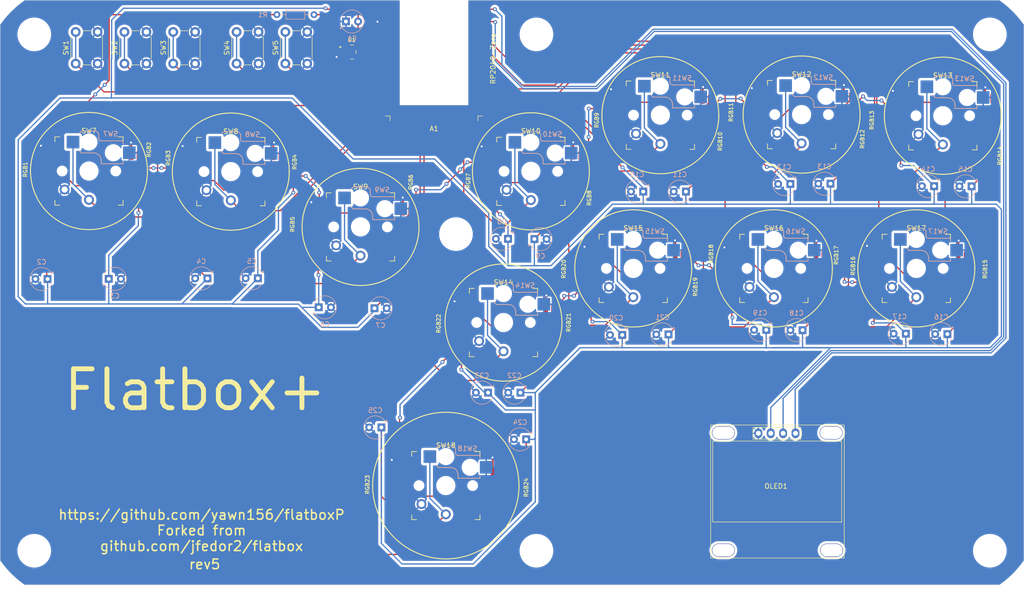
<source format=kicad_pcb>
(kicad_pcb (version 20221018) (generator pcbnew)
  (layers (0 "F.Cu" signal) (31 "B.Cu" signal) (34 "B.Paste" user) (35 "F.Paste" user) (36 "B.SilkS" user "B.Silkscreen") (37 "F.SilkS" user "F.Silkscreen") (38 "B.Mask" user) (39 "F.Mask" user) (44 "Edge.Cuts" user))
  (net 0 "")
  (net 1 "GND")
  (net 2 "LEFT")
  (net 3 "DOWN")
  (net 4 "RIGHT")
  (net 5 "UP")
  (net 6 "L1")
  (net 7 "R1")
  (net 8 "TRIANGLE")
  (net 9 "SQUARE")
  (net 10 "CIRCLE")
  (net 11 "CROSS")
  (net 12 "R2")
  (net 13 "L2")
  (net 14 "OPT1")
  (net 15 "OPT2")
  (net 16 "OPT3")
  (net 17 "OPT4")
  (net 18 "OPT5")
  (net 19 "SDA")
  (net 20 "SCL")
  (net 21 "RGBDATA")
  (net 22 "VINPUT")
  (net 23 "5V")
  (net 24 "Net-(U1-Y)")
  (net 25 "RGB_IN")
  (net 26 "RGB_1")
  (net 27 "RGB_2")
  (net 28 "RGB_3")
  (net 29 "RGB_4")
  (net 30 "RGB_5")
  (net 31 "RGB_6")
  (net 32 "RGB_7")
  (net 33 "RGB_8")
  (net 34 "RGB_9")
  (net 35 "RGB_10")
  (net 36 "RGB_11")
  (net 37 "RGB_12")
  (net 38 "RGB_13")
  (net 39 "RGB_14")
  (net 40 "RGB_15")
  (net 41 "RGB_16")
  (net 42 "RGB_17")
  (net 43 "RGB_18")
  (net 44 "RGB_19")
  (net 45 "RGB_20")
  (net 46 "RGB_21")
  (net 47 "RGB_22")
  (net 48 "RGB_23")
  (footprint "Kailh:Kailh_socket_PG1350_optional" (layer "F.Cu") (at 87.32 65.17)
    (fp_text reference "SW8")
    (fp_text value "SW_Push")
  )
  (footprint "Kailh:Kailh_socket_PG1350_optional" (layer "F.Cu") (at 113.92 76.52)
    (fp_text reference "SW9")
    (fp_text value "SW_Push")
  )
  (footprint "Kailh:Kailh_socket_PG1350_optional" (layer "F.Cu") (at 131.42 129.62)
    (fp_text reference "SW18")
    (fp_text value "SW_Push")
  )
  (footprint "Kailh:Kailh_socket_PG1350_optional" (layer "F.Cu") (at 148.86 65.11)
    (fp_text reference "SW10")
    (fp_text value "SW_Push")
  )
  (footprint "Kailh:Kailh_socket_PG1350_optional" (layer "F.Cu") (at 175.42 53.58)
    (fp_text reference "SW11")
    (fp_text value "SW_Push")
  )
  (footprint "Kailh:Kailh_socket_PG1350_optional" (layer "F.Cu") (at 204.39 53.46)
    (fp_text reference "SW12")
    (fp_text value "SW_Push")
  )
  (footprint "Kailh:Kailh_socket_PG1350_optional" (layer "F.Cu") (at 233.36 53.7)
    (fp_text reference "SW13")
    (fp_text value "SW_Push")
  )
  (footprint "Kailh:Kailh_socket_PG1350_optional" (layer "F.Cu") (at 143.25 96.15)
    (fp_text reference "SW14")
    (fp_text value "SW_Push")
  )
  (footprint "Kailh:Kailh_socket_PG1350_optional" (layer "F.Cu") (at 169.86 85.04)
    (fp_text reference "SW15")
    (fp_text value "SW_Push")
  )
  (footprint "Kailh:Kailh_socket_PG1350_optional" (layer "F.Cu") (at 198.71 85.04)
    (fp_text reference "SW16")
    (fp_text value "SW_Push")
  )
  (footprint "Kailh:Kailh_socket_PG1350_optional" (layer "F.Cu") (at 227.92 85.04)
    (fp_text reference "SW17")
    (fp_text value "SW_Push")
  )
  (footprint "MountingHole:MountingHole_6.4mm_M6" (layer "F.Cu") (at 47 37)
    (fp_text reference "H1" hide)
    (fp_text value "MountingHole")
  )
  (footprint "MountingHole:MountingHole_6.4mm_M6" (layer "F.Cu") (at 47 143)
    (fp_text reference "H4" hide)
    (fp_text value "MountingHole")
  )
  (footprint "MountingHole:MountingHole_6.4mm_M6" (layer "F.Cu") (at 243 143)
    (fp_text reference "H6" hide)
    (fp_text value "MountingHole")
  )
  (footprint "MountingHole:MountingHole_6.4mm_M6" (layer "F.Cu") (at 243 37)
    (fp_text reference "H3" hide)
    (fp_text value "MountingHole")
  )
  (footprint "Kailh:Kailh_socket_PG1350_optional" (layer "F.Cu") (at 58.225 65.05)
    (fp_text reference "SW7")
    (fp_text value "SW_Push")
  )
  (footprint "MountingHole:MountingHole_6.4mm_M6" (layer "F.Cu") (at 150 37)
    (fp_text reference "H2" hide)
    (fp_text value "MountingHole")
  )
  (footprint "Button_Switch_THT:SW_PUSH_6mm_H5mm" (layer "F.Cu") (at 88.5 43 90)
    (fp_text reference "SW4")
    (fp_text value "SW_Push")
  )
  (footprint "Button_Switch_THT:SW_PUSH_6mm_H5mm" (layer "F.Cu") (at 65.5 43 90)
    (fp_text reference "SW2")
    (fp_text value "SW_Push")
  )
  (footprint "Button_Switch_THT:SW_PUSH_6mm_H5mm" (layer "F.Cu") (at 98.5 43 90)
    (fp_text reference "SW5")
    (fp_text value "SW_Push")
  )
  (footprint "Button_Switch_THT:SW_PUSH_6mm_H5mm" (layer "F.Cu") (at 55.5 43 90)
    (fp_text reference "SW1")
    (fp_text value "SW_Push")
  )
  (footprint "Button_Switch_THT:SW_PUSH_6mm_H5mm" (layer "F.Cu") (at 75.5 43 90)
    (fp_text reference "SW3")
    (fp_text value "SW_Push")
  )
  (footprint "MountingHole:MountingHole_6.4mm_M6" (layer "F.Cu") (at 133.5 78)
    (fp_text reference "H7" hide)
    (fp_text value "MountingHole")
  )
  (footprint "MountingHole:MountingHole_6.4mm_M6" (layer "F.Cu") (at 150 143)
    (fp_text reference "H5" hide)
    (fp_text value "MountingHole")
  )
  (footprint "SK6812MINI:2020REVMNT" (layer "F.Cu") (at 237.31 85.19 90)
    (fp_text reference "RGB15")
    (fp_text value "SK6812MINI")
  )
  (footprint "SK6812MINI:2020REVMNT" (layer "F.Cu") (at 242.76 52.9 90)
    (fp_text reference "RGB14")
    (fp_text value "SK6812MINI")
  )
  (footprint "SK6812MINI:2020REVMNT" (layer "F.Cu") (at 67.66 64.56 90)
    (fp_text reference "RGB2")
    (fp_text value "SK6812MINI")
  )
  (footprint "SK6812MINI:2020REVMNT" (layer "F.Cu") (at 141.78 129.35 90)
    (fp_text reference "RGB24")
    (fp_text value "SK6812MINI")
  )
  (footprint "SK6812MINI:2020REVMNT" (layer "F.Cu") (at 123.37 75.99 90)
    (fp_text reference "RGB6")
    (fp_text value "SK6812MINI")
  )
  (footprint "SK6812MINI:2020REVMNT" (layer "F.Cu") (at 218.51 85.18 90)
    (fp_text reference "RGB16")
    (fp_text value "SK6812MINI")
  )
  (footprint "RP2040-Zero:RP2040-Zero" (layer "F.Cu") (at 129 42)
    (fp_text reference "A1")
    (fp_text value "RP2040-Zero")
  )
  (footprint "SK6812MINI:2020REVMNT" (layer "F.Cu") (at 213.8 52.55 90)
    (fp_text reference "RGB12")
    (fp_text value "SK6812MINI")
  )
  (footprint "SK6812MINI:2020REVMNT" (layer "F.Cu") (at 179.23 85.09 90)
    (fp_text reference "RGB19")
    (fp_text value "SK6812MINI")
  )
  (footprint "SK6812MINI:2020REVMNT" (layer "F.Cu") (at 133.88 96.11 90)
    (fp_text reference "RGB22")
    (fp_text value "SK6812MINI")
  )
  (footprint "SK6812MINI:2020REVMNT" (layer "F.Cu") (at 152.69 96.11 90)
    (fp_text reference "RGB21")
    (fp_text value "SK6812MINI")
  )
  (footprint "SK6812MINI:2020REVMNT" (layer "F.Cu") (at 194.95 52.54 90)
    (fp_text reference "RGB11")
    (fp_text value "SK6812MINI")
  )
  (footprint "SK6812MINI:2020REVMNT" (layer "F.Cu") (at 104.49 75.99 90)
    (fp_text reference "RGB5")
    (fp_text value "SK6812MINI")
  )
  (footprint "SK6812MINI:2020REVMNT" (layer "F.Cu") (at 77.88 64.6 90)
    (fp_text reference "RGB3")
    (fp_text value "SK6812MINI")
  )
  (footprint "SK6812MINI:2020REVMNT" (layer "F.Cu") (at 139.44 64.5 90)
    (fp_text reference "RGB7")
    (fp_text value "SK6812MINI")
  )
  (footprint "SK6812MINI:2020REVMNT" (layer "F.Cu") (at 184.85 53.05 90)
    (fp_text reference "RGB10")
    (fp_text value "SK6812MINI")
  )
  (footprint "SK6812MINI:2020REVMNT" (layer "F.Cu") (at 166 53.04 90)
    (fp_text reference "RGB9")
    (fp_text value "SK6812MINI")
  )
  (footprint "SK6812MINI:2020REVMNT" (layer "F.Cu") (at 48.8 64.56 90)
    (fp_text reference "RGB1")
    (fp_text value "SK6812MINI")
  )
  (footprint "SK6812MINI:2020REVMNT" (layer "F.Cu") (at 158.3 64.51 90)
    (fp_text reference "RGB8")
    (fp_text value "SK6812MINI")
  )
  (footprint "SN74LV1T34DBVR:SOT95P280X145-5N" (layer "F.Cu") (at 112.18 40.64)
    (fp_text reference "U1")
    (fp_text value "LogicShift")
  )
  (footprint "SK6812MINI:2020REVMNT" (layer "F.Cu") (at 121.18 129.41 90)
    (fp_text reference "RGB23")
    (fp_text value "SK6812MINI")
  )
  (footprint "SK6812MINI:2020REVMNT" (layer "F.Cu") (at 189.33 85.15 90)
    (fp_text reference "RGB18")
    (fp_text value "SK6812MINI")
  )
  (footprint "SK6812MINI:2020REVMNT" (layer "F.Cu") (at 223.92 52.9 90)
    (fp_text reference "RGB13")
    (fp_text value "SK6812MINI")
  )
  (footprint "SK6812MINI:2020REVMNT" (layer "F.Cu") (at 208.13 85.16 90)
    (fp_text reference "RGB17")
    (fp_text value "SK6812MINI")
  )
  (footprint "SK6812MINI:2020REVMNT" (layer "F.Cu") (at 96.78 64.6 90)
    (fp_text reference "RGB4")
    (fp_text value "SK6812MINI")
  )
  (footprint "SK6812MINI:2020REVMNT" (layer "F.Cu") (at 160.47 85.09 90)
    (fp_text reference "RGB20")
    (fp_text value "SK6812MINI")
  )
  (footprint "SSD1306:128x64OLED" (layer "F.Cu") (at 199.14 129.49)
    (fp_text reference "OLED1")
    (fp_text value "SSD1306")
  )
  (footprint "Capacitor_THT:CP_Radial_Tantal_D4.5mm_P2.50mm" (layer "B.Cu") (at 239.27 68.19 180)
    (fp_text reference "C15")
    (fp_text value "100nF")
  )
  (footprint "Capacitor_THT:CP_Radial_Tantal_D4.5mm_P2.50mm" (layer "B.Cu") (at 146.72 110.54 180)
    (fp_text reference "C22")
    (fp_text value "100nF")
  )
  (footprint "Capacitor_THT:CP_Radial_Tantal_D4.5mm_P2.50mm" (layer "B.Cu") (at 202.08 67.71 180)
    (fp_text reference "C12")
    (fp_text value "100nF")
  )
  (footprint "Capacitor_THT:CP_Radial_Tantal_D4.5mm_P2.50mm" (layer "B.Cu") (at 197.148856 97.66 180)
    (fp_text reference "C19")
    (fp_text value "100nF")
  )
  (footprint "Capacitor_THT:CP_Radial_Tantal_D4.5mm_P2.50mm" (layer "B.Cu") (at 177.088856 98.59 180)
    (fp_text reference "C21")
    (fp_text value "100nF")
  )
  (footprint "Capacitor_THT:CP_Radial_Tantal_D4.5mm_P2.50mm" (layer "B.Cu") (at 225.77 98.44 180)
    (fp_text reference "C17")
    (fp_text value "100nF")
  )
  (footprint "Capacitor_THT:CP_Radial_Tantal_D4.5mm_P2.50mm" (layer "B.Cu") (at 231.58 68.15 180)
    (fp_text reference "C14")
    (fp_text value "100nF")
  )
  (footprint "Capacitor_THT:CP_Radial_Tantal_D4.5mm_P2.50mm" (layer "B.Cu") (at 147.898856 120.13 180)
    (fp_text reference "C24")
    (fp_text value "100nF")
  )
  (footprint "Capacitor_THT:CP_Radial_Tantal_D4.5mm_P2.50mm" (layer "B.Cu") (at 140.09 110.54 180)
    (fp_text reference "C23")
    (fp_text value "100nF")
  )
  (footprint "Capacitor_THT:CP_Radial_Tantal_D4.5mm_P2.50mm" (layer "B.Cu") (at 180.66 69.27 180)
    (fp_text reference "C11")
    (fp_text value "100nF")
  )
  (footprint "Capacitor_THT:CP_Radial_Tantal_D4.5mm_P2.50mm" (layer "B.Cu") (at 171.908856 69.27 180)
    (fp_text reference "C10")
    (fp_text value "100nF")
  )
  (footprint "Capacitor_THT:CP_Radial_Tantal_D4.5mm_P2.50mm" (layer "B.Cu") (at 82.51 87.1 180)
    (fp_text reference "C4")
    (fp_text value "100nF")
  )
  (footprint "Capacitor_THT:CP_Radial_Tantal_D4.5mm_P2.50mm" (layer "B.Cu") (at 110.921144 34.35)
    (fp_text reference "C1")
    (fp_text value "100nF")
  )
  (footprint "Capacitor_THT:CP_Radial_Tantal_D4.5mm_P2.50mm" (layer "B.Cu") (at 92.86 87.07 180)
    (fp_text reference "C5")
    (fp_text value "100nF")
  )
  (footprint "Capacitor_THT:CP_Radial_Tantal_D4.5mm_P2.50mm" (layer "B.Cu") (at 49.738856 87.22 180)
    (fp_text reference "C2")
    (fp_text value "100nF")
  )
  (footprint "Capacitor_THT:CP_Radial_Tantal_D4.5mm_P2.50mm" (layer "B.Cu") (at 234.288856 98.52 180)
    (fp_text reference "C16")
    (fp_text value "100nF")
  )
  (footprint "Capacitor_THT:CP_Radial_Tantal_D4.5mm_P2.50mm" (layer "B.Cu") (at 116.79 93.23)
    (fp_text reference "C7")
    (fp_text value "100nF")
  )
  (footprint "Capacitor_THT:CP_Radial_Tantal_D4.5mm_P2.50mm" (layer "B.Cu") (at 167.598856 98.7 180)
    (fp_text reference "C20")
    (fp_text value "100nF")
  )
  (footprint "Capacitor_THT:CP_Radial_Tantal_D4.5mm_P2.50mm" (layer "B.Cu") (at 144.178856 78.97 180)
    (fp_text reference "C8")
    (fp_text value "100nF")
  )
  (footprint "Resistor_THT:R_Axial_DIN0204_L3.6mm_D1.6mm_P7.62mm_Horizontal" (layer "B.Cu") (at 104.38 32.95 180)
    (fp_text reference "R1")
    (fp_text value "10K")
  )
  (footprint "Capacitor_THT:CP_Radial_Tantal_D4.5mm_P2.50mm" (layer "B.Cu") (at 204.588856 97.71 180)
    (fp_text reference "C18")
    (fp_text value "100nF")
  )
  (footprint "Capacitor_THT:CP_Radial_Tantal_D4.5mm_P2.50mm" (layer "B.Cu") (at 210.32 67.64 180)
    (fp_text reference "C13")
    (fp_text value "100nF")
  )
  (footprint "Capacitor_THT:CP_Radial_Tantal_D4.5mm_P2.50mm" (layer "B.Cu") (at 149.581144 79.01)
    (fp_text reference "C9")
    (fp_text value "100nF")
  )
  (footprint "Capacitor_THT:CP_Radial_Tantal_D4.5mm_P2.50mm" (layer "B.Cu") (at 105.351144 93.03)
    (fp_text reference "C6")
    (fp_text value "100nF")
  )
  (footprint "Capacitor_THT:CP_Radial_Tantal_D4.5mm_P2.50mm" (layer "B.Cu") (at 62.28 87.19)
    (fp_text reference "C3")
    (fp_text value "100nF")
  )
  (footprint "Capacitor_THT:CP_Radial_Tantal_D4.5mm_P2.50mm" (layer "B.Cu") (at 118.198856 117.68 180)
    (fp_text reference "C25")
    (fp_text value "100nF")
  )
  (gr_line (start 216.382567 53.463258) (end 216.382567 53.463258) (stroke (width 0.2)) (layer "F.SilkS"))
  (gr_line (start 245.355098 53.699766) (end 245.355098 53.699766) (stroke (width 0.2)) (layer "F.SilkS"))
  (gr_curve (pts (xy 75.320345 65.17053) (xy 75.320345 60.873617) (xy 77.606529 56.903105) (xy 81.317714 54.754648)) (stroke (width 0.2)) (layer "F.SilkS"))
  (gr_curve (pts (xy 93.312452 54.754648) (xy 97.023636 56.903105) (xy 99.309821 60.873617) (xy 99.309821 65.17053)) (stroke (width 0.2)) (layer "F.SilkS"))
  (gr_curve (pts (xy 181.412661 63.9974) (xy 177.701476 66.145857) (xy 173.129108 66.145857) (xy 169.417923 63.9974)) (stroke (width 0.2)) (layer "F.SilkS"))
  (gr_curve (pts (xy 233.918028 74.621539) (xy 237.629213 76.769996) (xy 239.915397 80.740507) (xy 239.915397 85.037421)) (stroke (width 0.2)) (layer "F.SilkS"))
  (gr_line (start 187.41003 53.581518) (end 187.41003 53.581518) (stroke (width 0.2)) (layer "F.SilkS"))
  (gr_curve (pts (xy 233.918028 95.453303) (xy 230.206843 97.601759) (xy 225.634475 97.601759) (xy 221.92329 95.453303)) (stroke (width 0.2)) (layer "F.SilkS"))
  (gr_curve (pts (xy 123.913745 142.649412) (xy 119.271238 139.9618) (xy 116.411337 134.994889) (xy 116.411337 129.619665)) (stroke (width 0.2)) (layer "F.SilkS"))
  (gr_curve (pts (xy 204.70893 95.453303) (xy 200.997745 97.601759) (xy 196.425377 97.601759) (xy 192.714192 95.453303)) (stroke (width 0.2)) (layer "F.SilkS"))
  (gr_curve (pts (xy 192.714192 74.621539) (xy 196.425377 72.473082) (xy 200.997745 72.473082) (xy 204.70893 74.621539)) (stroke (width 0.2)) (layer "F.SilkS"))
  (gr_curve (pts (xy 239.915397 85.037421) (xy 239.915397 89.334334) (xy 237.629213 93.304846) (xy 233.918028 95.453303)) (stroke (width 0.2)) (layer "F.SilkS"))
  (gr_curve (pts (xy 142.865684 75.530868) (xy 139.154499 73.382411) (xy 136.868315 69.4119) (xy 136.868315 65.114986)) (stroke (width 0.2)) (layer "F.SilkS"))
  (gr_curve (pts (xy 210.706299 85.037421) (xy 210.706299 89.334334) (xy 208.420115 93.304846) (xy 204.70893 95.453303)) (stroke (width 0.2)) (layer "F.SilkS"))
  (gr_curve (pts (xy 210.385198 43.047376) (xy 214.096383 45.195832) (xy 216.382567 49.166344) (xy 216.382567 53.463258)) (stroke (width 0.2)) (layer "F.SilkS"))
  (gr_line (start 181.852021 85.037421) (end 181.852021 85.037421) (stroke (width 0.2)) (layer "F.SilkS"))
  (gr_curve (pts (xy 221.92329 95.453303) (xy 218.212105 93.304846) (xy 215.925921 89.334334) (xy 215.925921 85.037421)) (stroke (width 0.2)) (layer "F.SilkS"))
  (gr_curve (pts (xy 93.312452 75.586412) (xy 89.601267 77.734869) (xy 85.028899 77.734869) (xy 81.317714 75.586412)) (stroke (width 0.2)) (layer "F.SilkS"))
  (gr_curve (pts (xy 175.854652 95.453303) (xy 172.143467 97.601759) (xy 167.571099 97.601759) (xy 163.859914 95.453303)) (stroke (width 0.2)) (layer "F.SilkS"))
  (gr_line (start 239.915397 85.037421) (end 239.915397 85.037421) (stroke (width 0.2)) (layer "F.SilkS"))
  (gr_curve (pts (xy 186.716823 85.037421) (xy 186.716823 80.740507) (xy 189.003008 76.769996) (xy 192.714192 74.621539)) (stroke (width 0.2)) (layer "F.SilkS"))
  (gr_curve (pts (xy 138.918561 142.649412) (xy 134.276055 145.337024) (xy 128.556251 145.337024) (xy 123.913745 142.649412)) (stroke (width 0.2)) (layer "F.SilkS"))
  (gr_curve (pts (xy 169.417923 43.165636) (xy 173.129108 41.01718) (xy 177.701476 41.01718) (xy 181.412661 43.165636)) (stroke (width 0.2)) (layer "F.SilkS"))
  (gr_curve (pts (xy 64.221646 54.636398) (xy 67.932831 56.784855) (xy 70.219015 60.755367) (xy 70.219015 65.05228)) (stroke (width 0.2)) (layer "F.SilkS"))
  (gr_curve (pts (xy 245.355098 53.699766) (xy 245.355097 60.342218) (xy 239.98487 65.72699) (xy 233.36036 65.72699)) (stroke (width 0.2)) (layer "F.SilkS"))
  (gr_curve (pts (xy 160.857791 65.114986) (xy 160.857791 69.4119) (xy 158.571607 73.382411) (xy 154.860422 75.530868)) (stroke (width 0.2)) (layer "F.SilkS"))
  (gr_curve (pts (xy 52.226909 54.636398) (xy 55.938093 52.487941) (xy 60.510462 52.487941) (xy 64.221646 54.636398)) (stroke (width 0.2)) (layer "F.SilkS"))
  (gr_curve (pts (xy 131.255108 96.153426) (xy 131.255108 91.856513) (xy 133.541293 87.886001) (xy 137.252477 85.737546)) (stroke (width 0.2)) (layer "F.SilkS"))
  (gr_curve (pts (xy 192.393091 53.463258) (xy 192.393091 49.166344) (xy 194.679275 45.195832) (xy 198.39046 43.047376)) (stroke (width 0.2)) (layer "F.SilkS"))
  (gr_curve (pts (xy 119.919904 86.938924) (xy 116.208719 89.08738) (xy 111.636351 89.08738) (xy 107.925166 86.938924)) (stroke (width 0.2)) (layer "F.SilkS"))
  (gr_curve (pts (xy 101.927798 76.523042) (xy 101.927798 72.226128) (xy 104.213982 68.255617) (xy 107.925166 66.10716)) (stroke (width 0.2)) (layer "F.SilkS"))
  (gr_curve (pts (xy 137.252477 85.737546) (xy 140.963662 83.589088) (xy 145.53603 83.589088) (xy 149.247215 85.737546)) (stroke (width 0.2)) (layer "F.SilkS"))
  (gr_curve (pts (xy 154.860422 54.699104) (xy 158.571607 56.847561) (xy 160.857791 60.818073) (xy 160.857791 65.114986)) (stroke (width 0.2)) (layer "F.SilkS"))
  (gr_curve (pts (xy 221.92329 74.621539) (xy 225.634475 72.473082) (xy 230.206843 72.473082) (xy 233.918028 74.621539)) (stroke (width 0.2)) (layer "F.SilkS"))
  (gr_line (start 155.244584 96.153426) (end 155.244584 96.153426) (stroke (width 0.2)) (layer "F.SilkS"))
  (gr_curve (pts (xy 181.852021 85.037421) (xy 181.852021 89.334334) (xy 179.565837 93.304846) (xy 175.854652 95.453303)) (stroke (width 0.2)) (layer "F.SilkS"))
  (gr_curve (pts (xy 138.918561 116.589918) (xy 143.561067 119.277529) (xy 146.420969 124.244441) (xy 146.420969 129.619665)) (stroke (width 0.2)) (layer "F.SilkS"))
  (gr_curve (pts (xy 64.221646 75.468162) (xy 60.510462 77.616619) (xy 55.938093 77.616619) (xy 52.226909 75.468162)) (stroke (width 0.2)) (layer "F.SilkS"))
  (gr_curve (pts (xy 227.362991 43.283884) (xy 231.074176 41.135427) (xy 235.646544 41.135427) (xy 239.357729 43.283884)) (stroke (width 0.2)) (layer "F.SilkS"))
  (gr_curve (pts (xy 169.417923 63.9974) (xy 165.706739 61.848943) (xy 163.420555 57.878432) (xy 163.420555 53.581518)) (stroke (width 0.2)) (layer "F.SilkS"))
  (gr_curve (pts (xy 116.411337 129.619665) (xy 116.411337 124.244441) (xy 119.271238 119.277529) (xy 123.913745 116.589918)) (stroke (width 0.2)) (layer "F.SilkS"))
  (gr_line (start 160.857791 65.114986) (end 160.857791 65.114986) (stroke (width 0.2)) (layer "F.SilkS"))
  (gr_curve (pts (xy 149.247215 85.737546) (xy 152.9584 87.886001) (xy 155.244584 91.856513) (xy 155.244584 96.153426)) (stroke (width 0.2)) (layer "F.SilkS"))
  (gr_curve (pts (xy 215.925921 85.037421) (xy 215.925921 80.740507) (xy 218.212105 76.769996) (xy 221.92329 74.621539)) (stroke (width 0.2)) (layer "F.SilkS"))
  (gr_curve (pts (xy 163.859914 95.453303) (xy 160.148729 93.304846) (xy 157.862545 89.334334) (xy 157.862545 85.037421)) (stroke (width 0.2)) (layer "F.SilkS"))
  (gr_curve (pts (xy 181.412661 43.165636) (xy 185.123846 45.314093) (xy 187.41003 49.284605) (xy 187.41003 53.581518)) (stroke (width 0.2)) (layer "F.SilkS"))
  (gr_curve (pts (xy 163.859914 74.621539) (xy 167.571099 72.473082) (xy 172.143467 72.473082) (xy 175.854652 74.621539)) (stroke (width 0.2)) (layer "F.SilkS"))
  (gr_curve (pts (xy 239.357729 43.283884) (xy 243.068914 45.432341) (xy 245.355098 49.402853) (xy 245.355098 53.699766)) (stroke (width 0.2)) (layer "F.SilkS"))
  (gr_curve (pts (xy 70.219015 65.05228) (xy 70.219015 69.349193) (xy 67.932831 73.319705) (xy 64.221646 75.468162)) (stroke (width 0.2)) (layer "F.SilkS"))
  (gr_curve (pts (xy 163.420555 53.581518) (xy 163.420555 49.284605) (xy 165.706739 45.314093) (xy 169.417923 43.165636)) (stroke (width 0.2)) (layer "F.SilkS"))
  (gr_line (start 70.219015 65.05228) (end 70.219015 65.05228) (stroke (width 0.2)) (layer "F.SilkS"))
  (gr_curve (pts (xy 107.925166 66.10716) (xy 111.636351 63.958703) (xy 116.208719 63.958703) (xy 119.919904 66.10716)) (stroke (width 0.2)) (layer "F.SilkS"))
  (gr_curve (pts (xy 146.420969 129.619665) (xy 146.420969 134.994889) (xy 143.561067 139.9618) (xy 138.918561 142.649412)) (stroke (width 0.2)) (layer "F.SilkS"))
  (gr_curve (pts (xy 157.862545 85.037421) (xy 157.862545 80.740507) (xy 160.148729 76.769996) (xy 163.859914 74.621539)) (stroke (width 0.2)) (layer "F.SilkS"))
  (gr_curve (pts (xy 119.919904 66.10716) (xy 123.631089 68.255617) (xy 125.917273 72.226128) (xy 125.917273 76.523042)) (stroke (width 0.2)) (layer "F.SilkS"))
  (gr_curve (pts (xy 123.913745 116.589918) (xy 128.556251 113.902306) (xy 134.276055 113.902306) (xy 138.918561 116.589918)) (stroke (width 0.2)) (layer "F.SilkS"))
  (gr_curve (pts (xy 107.925166 86.938924) (xy 104.213982 84.790467) (xy 101.927798 80.819955) (xy 101.927798 76.523042)) (stroke (width 0.2)) (layer "F.SilkS"))
  (gr_curve (pts (xy 210.385198 63.879139) (xy 206.674013 66.027596) (xy 202.101645 66.027596) (xy 198.39046 63.879139)) (stroke (width 0.2)) (layer "F.SilkS"))
  (gr_curve (pts (xy 221.365622 53.699766) (xy 221.365622 49.402853) (xy 223.651806 45.432341) (xy 227.362991 43.283884)) (stroke (width 0.2)) (layer "F.SilkS"))
  (gr_curve (pts (xy 81.317714 75.586412) (xy 77.606529 73.437955) (xy 75.320345 69.467444) (xy 75.320345 65.17053)) (stroke (width 0.2)) (layer "F.SilkS"))
  (gr_curve (pts (xy 187.41003 53.581518) (xy 187.41003 57.878432) (xy 185.123846 61.848943) (xy 181.412661 63.9974)) (stroke (width 0.2)) (layer "F.SilkS"))
  (gr_curve (pts (xy 198.39046 63.879139) (xy 194.679275 61.730683) (xy 192.393091 57.760171) (xy 192.393091 53.463258)) (stroke (width 0.2)) (layer "F.SilkS"))
  (gr_curve (pts (xy 137.252477 106.569308) (xy 133.541293 104.420852) (xy 131.255108 100.45034) (xy 131.255108 96.153426)) (stroke (width 0.2)) (layer "F.SilkS"))
  (gr_curve (pts (xy 81.317714 54.754648) (xy 85.028899 52.606192) (xy 89.601267 52.606192) (xy 93.312452 54.754648)) (stroke (width 0.2)) (layer "F.SilkS"))
  (gr_curve (pts (xy 136.868315 65.114986) (xy 136.868315 60.818073) (xy 139.154499 56.847561) (xy 142.865684 54.699104)) (stroke (width 0.2)) (layer "F.SilkS"))
  (gr_line (start 125.917273 76.523042) (end 125.917273 76.523042) (stroke (width 0.2)) (layer "F.SilkS"))
  (gr_line (start 99.309821 65.17053) (end 99.309821 65.17053) (stroke (width 0.2)) (layer "F.SilkS"))
  (gr_curve (pts (xy 149.247215 106.569308) (xy 145.53603 108.717765) (xy 140.963662 108.717765) (xy 137.252477 106.569308)) (stroke (width 0.2)) (layer "F.SilkS"))
  (gr_curve (pts (xy 155.244584 96.153426) (xy 155.244584 100.45034) (xy 152.9584 104.420852) (xy 149.247215 106.569308)) (stroke (width 0.2)) (layer "F.SilkS"))
  (gr_curve (pts (xy 99.309821 65.17053) (xy 99.309821 69.467444) (xy 97.023636 73.437955) (xy 93.312452 75.586412)) (stroke (width 0.2)) (layer "F.SilkS"))
  (gr_curve (pts (xy 192.714192 95.453303) (xy 189.003008 93.304846) (xy 186.716823 89.334334) (xy 186.716823 85.037421)) (stroke (width 0.2)) (layer "F.SilkS"))
  (gr_curve (pts (xy 175.854652 74.621539) (xy 179.565837 76.769996) (xy 181.852021 80.740507) (xy 181.852021 85.037421)) (stroke (width 0.2)) (layer "F.SilkS"))
  (gr_curve (pts (xy 52.226909 75.468162) (xy 48.515724 73.319705) (xy 46.22954 69.349193) (xy 46.22954 65.05228)) (stroke (width 0.2)) (layer "F.SilkS"))
  (gr_curve (pts (xy 46.22954 65.05228) (xy 46.22954 60.755367) (xy 48.515724 56.784855) (xy 52.226909 54.636398)) (stroke (width 0.2)) (layer "F.SilkS"))
  (gr_line (start 146.420969 129.619665) (end 146.420969 129.619665) (stroke (width 0.2)) (layer "F.SilkS"))
  (gr_curve (pts (xy 125.917273 76.523042) (xy 125.917273 80.819955) (xy 123.631089 84.790467) (xy 119.919904 86.938924)) (stroke (width 0.2)) (layer "F.SilkS"))
  (gr_curve (pts (xy 233.36036 65.72699) (xy 226.73585 65.72699) (xy 221.365623 60.342218) (xy 221.365622 53.699766)) (stroke (width 0.2)) (layer "F.SilkS"))
  (gr_curve (pts (xy 154.860422 75.530868) (xy 151.149237 77.679325) (xy 146.576869 77.679325) (xy 142.865684 75.530868)) (stroke (width 0.2)) (layer "F.SilkS"))
  (gr_curve (pts (xy 204.70893 74.621539) (xy 208.420115 76.769996) (xy 210.706299 80.740507) (xy 210.706299 85.037421)) (stroke (width 0.2)) (layer "F.SilkS"))
  (gr_curve (pts (xy 198.39046 43.047376) (xy 202.101645 40.898919) (xy 206.674013 40.898919) (xy 210.385198 43.047376)) (stroke (width 0.2)) (layer "F.SilkS"))
  (gr_curve (pts (xy 216.382567 53.463258) (xy 216.382567 57.760171) (xy 214.096383 61.730683) (xy 210.385198 63.879139)) (stroke (width 0.2)) (layer "F.SilkS"))
  (gr_curve (pts (xy 142.865684 54.699104) (xy 146.576869 52.550648) (xy 151.149237 52.550648) (xy 154.860422 54.699104)) (stroke (width 0.2)) (layer "F.SilkS"))
  (gr_line (start 210.706299 85.037421) (end 210.706299 85.037421) (stroke (width 0.2)) (layer "F.SilkS"))
  (gr_line (start 250 35) (end 250 145) (stroke (width 0.05)) (layer "Edge.Cuts"))
  (gr_line (start 245 150) (end 45 150) (stroke (width 0.05)) (layer "Edge.Cuts"))
  (gr_line (start 40 145) (end 40 35) (stroke (width 0.05)) (layer "Edge.Cuts"))
  (gr_line (start 45 30) (end 122 30) (stroke (width 0.05)) (layer "Edge.Cuts"))
  (gr_line (start 136 30) (end 245 30) (stroke (width 0.05)) (layer "Edge.Cuts"))
  (gr_line (start 122 30) (end 122 51.5) (stroke (width 0.05)) (layer "Edge.Cuts"))
  (gr_arc (start 40 35) (mid 42.281278 32.281278) (end 45 30) (stroke (width 0.05)) (layer "Edge.Cuts"))
  (gr_line (start 136 51.5) (end 136 30) (stroke (width 0.05)) (layer "Edge.Cuts"))
  (gr_arc (start 45 150) (mid 42.281278 147.718722) (end 40 145) (stroke (width 0.05)) (layer "Edge.Cuts"))
  (gr_arc (start 250 145) (mid 247.718722 147.718722) (end 245 150) (stroke (width 0.05)) (layer "Edge.Cuts"))
  (gr_arc (start 245 30) (mid 247.718722 32.281278) (end 250 35) (stroke (width 0.05)) (layer "Edge.Cuts"))
  (gr_line (start 122 51.5) (end 136 51.5) (stroke (width 0.05)) (layer "Edge.Cuts"))
  (gr_text "RP2040-Zero" (at 141.1 42 90) (layer "F.SilkS") (effects (font (size 1 1))))
  (gr_text "rev5" (at 81.95 145.78) (layer "F.SilkS") (effects (font (size 2 2) (thickness 0.3))))
  (gr_text "https://github.com/yawn156/flatboxP\nForked from\ngithub.com/jfedor2/flatbox" (at 81.32 138.83) (layer "F.SilkS") (effects (font (size 2 2) (thickness 0.3))))
  (gr_text "Flatbox+" (at 80 110) (layer "F.SilkS") (effects (font (size 8 8) (thickness 1))))
  (segment (start 178.48 82.39) (end 178.48 79.32) (width 0.381) (layer "F.Cu") (net 1))
  (segment (start 66.91 59.27) (end 66.85 59.21) (width 0.381) (layer "F.Cu") (net 1))
  (segment (start 184.1 47.88) (end 184.19 47.79) (width 0.381) (layer "F.Cu") (net 1))
  (segment (start 141.03 126.65) (end 141.03 123.9) (width 0.381) (layer "F.Cu") (net 1))
  (segment (start 159.72 80.73) (end 159.86 80.59) (width 0.381) (layer "F.Cu") (net 1))
  (segment (start 133.13 91.89) (end 133.21 91.81) (width 0.381) (layer "F.Cu") (net 1))
  (segment (start 122.62 70.53) (end 122.58 70.49) (width 0.381) (layer "F.Cu") (net 1))
  (segment (start 165.25 50.34) (end 165.25 48.32) (width 0.381) (layer "F.Cu") (net 1))
  (segment (start 133.13 93.41) (end 133.13 91.89) (width 0.381) (layer "F.Cu") (net 1))
  (segment (start 120.43 126.71) (end 120.43 124.43) (width 0.381) (layer "F.Cu") (net 1))
  (segment (start 217.76 80.46) (end 217.81 80.41) (width 0.381) (layer "F.Cu") (net 1))
  (segment (start 109.04 41.59) (end 109.01 41.62) (width 0.381) (layer "F.Cu") (net 1))
  (segment (start 236.56 82.49) (end 236.56 79.36) (width 0.381) (layer "F.Cu") (net 1))
  (segment (start 178.48 79.32) (end 178.44 79.28) (width 0.381) (layer "F.Cu") (net 1))
  (segment (start 96.03 59.35) (end 96.18 59.2) (width 0.381) (layer "F.Cu") (net 1))
  (segment (start 194.2 49.84) (end 194.2 48.04) (width 0.381) (layer "F.Cu") (net 1))
  (segment (start 141.03 123.9) (end 140.99 123.86) (width 0.381) (layer "F.Cu") (net 1))
  (segment (start 207.38 79.41) (end 207.43 79.36) (width 0.381) (layer "F.Cu") (net 1))
  (segment (start 188.58 82.45) (end 188.58 80.74) (width 0.381) (layer "F.Cu") (net 1))
  (segment (start 96.03 61.9) (end 96.03 59.35) (width 0.381) (layer "F.Cu") (net 1))
  (segment (start 138.69 60.09) (end 138.78 60) (width 0.381) (layer "F.Cu") (net 1))
  (segment (start 48.05 60.17) (end 48.37 59.85) (width 0.381) (layer "F.Cu") (net 1))
  (segment (start 48.05 61.86) (end 48.05 60.17) (width 0.381) (layer "F.Cu") (net 1))
  (segment (start 188.58 80.74) (end 188.56 80.72) (width 0.381) (layer "F.Cu") (net 1))
  (segment (start 207.38 82.46) (end 207.38 79.41) (width 0.381) (layer "F.Cu") (net 1))
  (segment (start 117.42 34.38) (end 117.4 34.4) (width 0.381) (layer "F.Cu") (net 1))
  (segment (start 159.72 82.39) (end 159.72 80.73) (width 0.381) (layer "F.Cu") (net 1))
  (segment (start 103.74 71.54) (end 103.83 71.45) (width 0.381) (layer "F.Cu") (net 1))
  (segment (start 223.17 48.64) (end 223.13 48.6) (width 0.381) (layer "F.Cu") (net 1))
  (segment (start 194.2 48.04) (end 194.19 48.03) (width 0.381) (layer "F.Cu") (net 1))
  (segment (start 157.55 59.17) (end 157.57 59.15) (width 0.381) (layer "F.Cu") (net 1))
  (segment (start 165.25 48.32) (end 165.31 48.26) (width 0.381) (layer "F.Cu") (net 1))
  (segment (start 77.13 61.9) (end 77.13 60.23) (width 0.381) (layer "F.Cu") (net 1))
  (segment (start 157.55 61.81) (end 157.55 59.17) (width 0.381) (layer "F.Cu") (net 1))
  (segment (start 120.43 124.43) (end 120.34 124.34) (width 0.381) (layer "F.Cu") (net 1))
  (segment (start 122.62 73.29) (end 122.62 70.53) (width 0.381) (layer "F.Cu") (net 1))
  (segment (start 213.05 47.41) (end 213.06 47.4) (width 0.381) (layer "F.Cu") (net 1))
  (segment (start 138.69 61.8) (end 138.69 60.09) (width 0.381) (layer "F.Cu") (net 1))
  (segment (start 66.91 61.86) (end 66.91 59.27) (width 0.381) (layer "F.Cu") (net 1))
  (segment (start 103.74 73.29) (end 103.74 71.54) (width 0.381) (layer "F.Cu") (net 1))
  (segment (start 184.1 50.35) (end 184.1 47.88) (width 0.381) (layer "F.Cu") (net 1))
  (segment (start 242.01 50.2) (end 242.01 47.92) (width 0.381) (layer "F.Cu") (net 1))
  (segment (start 242.01 47.92) (end 242.08 47.85) (width 0.381) (layer "F.Cu") (net 1))
  (segment (start 213.05 49.85) (end 213.05 47.41) (width 0.381) (layer "F.Cu") (net 1))
  (segment (start 77.13 60.23) (end 77.43 59.93) (width 0.381) (layer "F.Cu") (net 1))
  (segment (start 223.17 50.2) (end 223.17 48.64) (width 0.381) (layer "F.Cu") (net 1))
  (segment (start 151.94 90.67) (end 152.03 90.58) (width 0.381) (layer "F.Cu") (net 1))
  (segment (start 236.56 79.36) (end 236.6 79.32) (width 0.381) (layer "F.Cu") (net 1))
  (segment (start 151.94 93.41) (end 151.94 90.67) (width 0.381) (layer "F.Cu") (net 1))
  (segment (start 110.925 41.59) (end 109.04 41.59) (width 0.381) (layer "F.Cu") (net 1))
  (segment (start 119.84 34.38) (end 117.42 34.38) (width 0.381) (layer "F.Cu") (net 1))
  (segment (start 217.76 82.48) (end 217.76 80.46) (width 0.381) (layer "F.Cu") (net 1))
  (via (at 242.08 47.85) (size 0.8) (drill 0.4) (layers "F.Cu" "B.Cu") (net 1))
  (via (at 207.43 79.36) (size 0.8) (drill 0.4) (layers "F.Cu" "B.Cu") (net 1))
  (via (at 96.18 59.2) (size 0.8) (drill 0.4) (layers "F.Cu" "B.Cu") (net 1))
  (via (at 178.44 79.28) (size 0.8) (drill 0.4) (layers "F.Cu" "B.Cu") (net 1))
  (via (at 133.21 91.81) (size 0.8) (drill 0.4) (layers "F.Cu" "B.Cu") (net 1))
  (via (at 122.58 70.49) (size 0.8) (drill 0.4) (layers "F.Cu" "B.Cu") (net 1))
  (via (at 223.13 48.6) (size 0.8) (drill 0.4) (layers "F.Cu" "B.Cu") (net 1))
  (via (at 117.4 34.4) (size 0.8) (drill 0.4) (layers "F.Cu" "B.Cu") (net 1))
  (via (at 165.31 48.26) (size 0.8) (drill 0.4) (layers "F.Cu" "B.Cu") (net 1))
  (via (at 120.34 124.34) (size 0.8) (drill 0.4) (layers "F.Cu" "B.Cu") (net 1))
  (via (at 188.56 80.72) (size 0.8) (drill 0.4) (layers "F.Cu" "B.Cu") (net 1))
  (via (at 152.03 90.58) (size 0.8) (drill 0.4) (layers "F.Cu" "B.Cu") (net 1))
  (via (at 236.6 79.32) (size 0.8) (drill 0.4) (layers "F.Cu" "B.Cu") (net 1))
  (via (at 159.86 80.59) (size 0.8) (drill 0.4) (layers "F.Cu" "B.Cu") (net 1))
  (via (at 66.85 59.21) (size 0.8) (drill 0.4) (layers "F.Cu" "B.Cu") (net 1))
  (via (at 213.06 47.4) (size 0.8) (drill 0.4) (layers "F.Cu" "B.Cu") (net 1))
  (via (at 217.81 80.41) (size 0.8) (drill 0.4) (layers "F.Cu" "B.Cu") (net 1))
  (via (at 194.19 48.03) (size 0.8) (drill 0.4) (layers "F.Cu" "B.Cu") (net 1))
  (via (at 103.83 71.45) (size 0.8) (drill 0.4) (layers "F.Cu" "B.Cu") (net 1))
  (via (at 138.78 60) (size 0.8) (drill 0.4) (layers "F.Cu" "B.Cu") (net 1))
  (via (at 140.99 123.86) (size 0.8) (drill 0.4) (layers "F.Cu" "B.Cu") (net 1))
  (via (at 48.37 59.85) (size 0.8) (drill 0.4) (layers "F.Cu" "B.Cu") (net 1))
  (via (at 157.57 59.15) (size 0.8) (drill 0.4) (layers "F.Cu" "B.Cu") (net 1))
  (via (at 184.19 47.79) (size 0.8) (drill 0.4) (layers "F.Cu" "B.Cu") (net 1))
  (via (at 77.43 59.93) (size 0.8) (drill 0.4) (layers "F.Cu" "B.Cu") (net 1))
  (via (at 109.01 41.62) (size 0.8) (drill 0.4) (layers "F.Cu" "B.Cu") (net 1))
  (segment (start 202.088856 97.71) (end 202.04 97.71) (width 0.381) (layer "B.Cu") (net 1))
  (segment (start 194.648856 97.66) (end 194.25 97.66) (width 0.381) (layer "B.Cu") (net 1))
  (segment (start 71.16 74.49) (end 61.765 74.49) (width 0.254) (layer "F.Cu") (net 2))
  (segment (start 122.4 56.1) (end 113.2 56.1) (width 0.254) (layer "F.Cu") (net 2))
  (segment (start 77.15 51.6) (end 72.3 56.45) (width 0.254) (layer "F.Cu") (net 2))
  (segment (start 72.3 56.45) (end 72.3 73.35) (width 0.254) (layer "F.Cu") (net 2))
  (segment (start 108.7 51.6) (end 77.15 51.6) (width 0.254) (layer "F.Cu") (net 2))
  (segment (start 113.2 56.1) (end 108.7 51.6) (width 0.254) (layer "F.Cu") (net 2))
  (segment (start 123.92 53.7) (end 123.92 54.58) (width 0.254) (layer "F.Cu") (net 2))
  (segment (start 72.3 73.35) (end 71.16 74.49) (width 0.254) (layer "F.Cu") (net 2))
  (segment (start 123.92 54.58) (end 122.4 56.1) (width 0.254) (layer "F.Cu") (net 2))
  (segment (start 61.765 74.49) (end 58.225 70.95) (width 0.254) (layer "F.Cu") (net 2))
  (segment (start 58.225 70.95) (end 54.95 67.675) (width 0.254) (layer "B.Cu") (net 2))
  (segment (start 54.95 67.675) (end 54.95 59.1) (width 0.254) (layer "B.Cu") (net 2))
  (segment (start 97.47 73.18) (end 89.43 73.18) (width 0.254) (layer "F.Cu") (net 3))
  (segment (start 123.3 57.7) (end 112.95 57.7) (width 0.254) (layer "F.Cu") (net 3))
  (segment (start 126.46 54.54) (end 123.3 57.7) (width 0.254) (layer "F.Cu") (net 3))
  (segment (start 89.43 73.18) (end 87.32 71.07) (width 0.254) (layer "F.Cu") (net 3))
  (segment (start 126.46 53.7) (end 126.46 54.54) (width 0.254) (layer "F.Cu") (net 3))
  (segment (start 112.95 57.7) (end 97.47 73.18) (width 0.254) (layer "F.Cu") (net 3))
  (segment (start 84.045 59.22) (end 84.045 67.795) (width 0.254) (layer "B.Cu") (net 3))
  (segment (start 84.045 67.795) (end 87.32 71.07) (width 0.254) (layer "B.Cu") (net 3))
  (segment (start 104 88.15) (end 108.19 88.15) (width 0.254) (layer "F.Cu") (net 4))
  (segment (start 108.19 88.15) (end 113.92 82.42) (width 0.254) (layer "F.Cu") (net 4))
  (segment (start 129 54.5) (end 124.9 58.6) (width 0.254) (layer "F.Cu") (net 4))
  (segment (start 124.9 58.6) (end 113.35 58.6) (width 0.254) (layer "F.Cu") (net 4))
  (segment (start 101.15 70.8) (end 101.15 85.3) (width 0.254) (layer "F.Cu") (net 4))
  (segment (start 129 53.7) (end 129 54.5) (width 0.254) (layer "F.Cu") (net 4))
  (segment (start 101.15 85.3) (end 104 88.15) (width 0.254) (layer "F.Cu") (net 4))
  (segment (start 113.35 58.6) (end 101.15 70.8) (width 0.254) (layer "F.Cu") (net 4))
  (segment (start 110.645 70.57) (end 110.645 79.145) (width 0.254) (layer "B.Cu") (net 4))
  (segment (start 110.645 79.145) (end 113.92 82.42) (width 0.254) (layer "B.Cu") (net 4))
  (segment (start 131.54 53.7) (end 131.54 54.36) (width 0.254) (layer "F.Cu") (net 5))
  (segment (start 131.54 54.36) (end 126.14599 59.75401) (width 0.254) (layer "F.Cu") (net 5))
  (segment (start 114.2 140.5) (end 117.45 143.75) (width 0.254) (layer "F.Cu") (net 5))
  (segment (start 126.14599 102.80401) (end 114.2 114.75) (width 0.254) (layer "F.Cu") (net 5))
  (segment (start 117.45 143.75) (end 123.19 143.75) (width 0.254) (layer "F.Cu") (net 5))
  (segment (start 114.2 114.75) (end 114.2 140.5) (width 0.254) (layer "F.Cu") (net 5))
  (segment (start 123.19 143.75) (end 131.42 135.52) (width 0.254) (layer "F.Cu") (net 5))
  (segment (start 126.14599 59.75401) (end 126.14599 102.80401) (width 0.254) (layer "F.Cu") (net 5))
  (segment (start 128.145 123.67) (end 128.145 132.245) (width 0.254) (layer "B.Cu") (net 5))
  (segment (start 128.145 132.245) (end 131.42 135.52) (width 0.254) (layer "B.Cu") (net 5))
  (segment (start 138.16 36.92) (end 138.92 36.92) (width 0.254) (layer "F.Cu") (net 6))
  (segment (start 153.375 46.6) (end 161.575 38.4) (width 0.254) (layer "F.Cu") (net 6))
  (segment (start 138.92 36.92) (end 148.6 46.6) (width 0.254) (layer "F.Cu") (net 6))
  (segment (start 227.81 65.15) (end 233.36 59.6) (width 0.254) (layer "F.Cu") (net 6))
  (segment (start 223.4 65.15) (end 227.81 65.15) (width 0.254) (layer "F.Cu") (net 6))
  (segment (start 148.6 46.6) (end 153.375 46.6) (width 0.254) (layer "F.Cu") (net 6))
  (segment (start 161.575 38.4) (end 210.45 38.4) (width 0.254) (layer "F.Cu") (net 6))
  (segment (start 210.45 38.4) (end 219.8 47.75) (width 0.254) (layer "F.Cu") (net 6))
  (segment (start 219.8 47.75) (end 219.8 61.55) (width 0.254) (layer "F.Cu") (net 6))
  (segment (start 219.8 61.55) (end 223.4 65.15) (width 0.254) (layer "F.Cu") (net 6))
  (segment (start 230.085 56.325) (end 233.36 59.6) (width 0.254) (layer "B.Cu") (net 6))
  (segment (start 230.085 47.75) (end 230.085 56.325) (width 0.254) (layer "B.Cu") (net 6))
  (segment (start 139 42) (end 145.2 48.2) (width 0.254) (layer "F.Cu") (net 7))
  (segment (start 190.9 62.85) (end 193.9 65.85) (width 0.254) (layer "F.Cu") (net 7))
  (segment (start 145.2 48.2) (end 154.2 48.2) (width 0.254) (layer "F.Cu") (net 7))
  (segment (start 204.39 59.81) (end 204.39 59.36) (width 0.254) (layer "F.Cu") (net 7))
  (segment (start 198.35 65.85) (end 204.39 59.81) (width 0.254) (layer "F.Cu") (net 7))
  (segment (start 154.2 48.2) (end 162.4 40) (width 0.254) (layer "F.Cu") (net 7))
  (segment (start 193.9 65.85) (end 198.35 65.85) (width 0.254) (layer "F.Cu") (net 7))
  (segment (start 184.25 40) (end 190.9 46.65) (width 0.254) (layer "F.Cu") (net 7))
  (segment (start 162.4 40) (end 184.25 40) (width 0.254) (layer "F.Cu") (net 7))
  (segment (start 190.9 46.65) (end 190.9 62.85) (width 0.254) (layer "F.Cu") (net 7))
  (segment (start 201.115 47.51) (end 201.115 56.085) (width 0.254) (layer "B.Cu") (net 7))
  (segment (start 201.115 56.085) (end 204.39 59.36) (width 0.254) (layer "B.Cu") (net 7))
  (segment (start 138.16 47.08) (end 139.08 47.08) (width 0.254) (layer "F.Cu") (net 8))
  (segment (start 157 51.6) (end 162.65 57.25) (width 0.254) (layer "F.Cu") (net 8))
  (segment (start 143.6 51.6) (end 157 51.6) (width 0.254) (layer "F.Cu") (net 8))
  (segment (start 162.65 57.25) (end 162.65 61.75) (width 0.254) (layer "F.Cu") (net 8))
  (segment (start 169.85 65.05) (end 175.42 59.48) (width 0.254) (layer "F.Cu") (net 8))
  (segment (start 165.95 65.05) (end 169.85 65.05) (width 0.254) (layer "F.Cu") (net 8))
  (segment (start 162.65 61.75) (end 165.95 65.05) (width 0.254) (layer "F.Cu") (net 8))
  (segment (start 139.08 47.08) (end 143.6 51.6) (width 0.254) (layer "F.Cu") (net 8))
  (segment (start 172.145 47.63) (end 172.145 56.205) (width 0.254) (layer "B.Cu") (net 8))
  (segment (start 172.145 56.205) (end 175.42 59.48) (width 0.254) (layer "B.Cu") (net 8))
  (segment (start 135.1 69.6) (end 141.85 76.35) (width 0.254) (layer "F.Cu") (net 9))
  (segment (start 138.16 52.16) (end 138.96 52.16) (width 0.254) (layer "F.Cu") (net 9))
  (segment (start 135.1 59.9) (end 135.1 69.6) (width 0.254) (layer "F.Cu") (net 9))
  (segment (start 143.52 76.35) (end 148.86 71.01) (width 0.254) (layer "F.Cu") (net 9))
  (segment (start 141.85 76.35) (end 143.52 76.35) (width 0.254) (layer "F.Cu") (net 9))
  (segment (start 139.9 53.1) (end 139.9 55.1) (width 0.254) (layer "F.Cu") (net 9))
  (segment (start 138.96 52.16) (end 139.9 53.1) (width 0.254) (layer "F.Cu") (net 9))
  (segment (start 139.9 55.1) (end 135.1 59.9) (width 0.254) (layer "F.Cu") (net 9))
  (segment (start 145.585 59.16) (end 145.585 67.735) (width 0.254) (layer "B.Cu") (net 9))
  (segment (start 145.585 67.735) (end 148.86 71.01) (width 0.254) (layer "B.Cu") (net 9))
  (segment (start 142.1 52.5) (end 156.525 52.5) (width 0.254) (layer "F.Cu") (net 10))
  (segment (start 161.75 72.95) (end 156.65 78.05) (width 0.254) (layer "F.Cu") (net 10))
  (segment (start 138.16 49.62) (end 139.22 49.62) (width 0.254) (layer "F.Cu") (net 10))
  (segment (start 156.65 92.95) (end 160.4 96.7) (width 0.254) (layer "F.Cu") (net 10))
  (segment (start 160.4 96.7) (end 164.1 96.7) (width 0.254) (layer "F.Cu") (net 10))
  (segment (start 161.75 57.725) (end 161.75 72.95) (width 0.254) (layer "F.Cu") (net 10))
  (segment (start 139.22 49.62) (end 142.1 52.5) (width 0.254) (layer "F.Cu") (net 10))
  (segment (start 156.65 78.05) (end 156.65 92.95) (width 0.254) (layer "F.Cu") (net 10))
  (segment (start 156.525 52.5) (end 161.75 57.725) (width 0.254) (layer "F.Cu") (net 10))
  (segment (start 164.1 96.7) (end 169.86 90.94) (width 0.254) (layer "F.Cu") (net 10))
  (segment (start 166.585 79.09) (end 166.585 87.665) (width 0.254) (layer "B.Cu") (net 10))
  (segment (start 166.585 87.665) (end 169.86 90.94) (width 0.254) (layer "B.Cu") (net 10))
  (segment (start 134.08 53.7) (end 134.08 54.42) (width 0.254) (layer "F.Cu") (net 11))
  (segment (start 137.25 108.05) (end 143.25 102.05) (width 0.254) (layer "F.Cu") (net 11))
  (segment (start 126.95 61.55) (end 126.95 102.8) (width 0.254) (layer "F.Cu") (net 11))
  (segment (start 132.2 108.05) (end 137.25 108.05) (width 0.254) (layer "F.Cu") (net 11))
  (segment (start 134.08 54.42) (end 126.95 61.55) (width 0.254) (layer "F.Cu") (net 11))
  (segment (start 126.95 102.8) (end 132.2 108.05) (width 0.254) (layer "F.Cu") (net 11))
  (segment (start 139.975 90.2) (end 139.975 98.775) (width 0.254) (layer "B.Cu") (net 11))
  (segment (start 139.975 98.775) (end 143.25 102.05) (width 0.254) (layer "B.Cu") (net 11))
  (segment (start 188.7 75.35) (end 184.25 79.8) (width 0.254) (layer "F.Cu") (net 12))
  (segment (start 182.35 40.8) (end 188.7 47.15) (width 0.254) (layer "F.Cu") (net 12))
  (segment (start 192.6 97.05) (end 198.71 90.94) (width 0.254) (layer "F.Cu") (net 12))
  (segment (start 138.16 44.54) (end 139.04 44.54) (width 0.254) (layer "F.Cu") (net 12))
  (segment (start 154.6 49) (end 162.8 40.8) (width 0.254) (layer "F.Cu") (net 12))
  (segment (start 188.7 47.15) (end 188.7 75.35) (width 0.254) (layer "F.Cu") (net 12))
  (segment (start 139.04 44.54) (end 143.5 49) (width 0.254) (layer "F.Cu") (net 12))
  (segment (start 184.25 92.7) (end 188.6 97.05) (width 0.254) (layer "F.Cu") (net 12))
  (segment (start 162.8 40.8) (end 182.35 40.8) (width 0.254) (layer "F.Cu") (net 12))
  (segment (start 188.6 97.05) (end 192.6 97.05) (width 0.254) (layer "F.Cu") (net 12))
  (segment (start 184.25 79.8) (end 184.25 92.7) (width 0.254) (layer "F.Cu") (net 12))
  (segment (start 143.5 49) (end 154.6 49) (width 0.254) (layer "F.Cu") (net 12))
  (segment (start 195.435 79.09) (end 195.435 87.665) (width 0.254) (layer "B.Cu") (net 12))
  (segment (start 195.435 87.665) (end 198.71 90.94) (width 0.254) (layer "B.Cu") (net 12))
  (segment (start 220.23 73.02) (end 214 79.25) (width 0.254) (layer "F.Cu") (net 13))
  (segment (start 153.8 47.4) (end 162 39.2) (width 0.254) (layer "F.Cu") (net 13))
  (segment (start 210.607948 39.2) (end 219.346 47.938052) (width 0.254) (layer "F.Cu") (net 13))
  (segment (start 220.23 62.622052) (end 220.23 73.02) (width 0.254) (layer "F.Cu") (net 13))
  (segment (start 214 93.75) (end 217.25 97) (width 0.254) (layer "F.Cu") (net 13))
  (segment (start 219.346 47.938052) (end 219.346 61.738052) (width 0.254) (layer "F.Cu") (net 13))
  (segment (start 147 47.4) (end 153.8 47.4) (width 0.254) (layer "F.Cu") (net 13))
  (segment (start 162 39.2) (end 210.607948 39.2) (width 0.254) (layer "F.Cu") (net 13))
  (segment (start 139.06 39.46) (end 147 47.4) (width 0.254) (layer "F.Cu") (net 13))
  (segment (start 221.86 97) (end 227.92 90.94) (width 0.254) (layer "F.Cu") (net 13))
  (segment (start 214 79.25) (end 214 93.75) (width 0.254) (layer "F.Cu") (net 13))
  (segment (start 138.16 39.46) (end 139.06 39.46) (width 0.254) (layer "F.Cu") (net 13))
  (segment (start 217.25 97) (end 221.86 97) (width 0.254) (layer "F.Cu") (net 13))
  (segment (start 219.346 61.738052) (end 220.23 62.622052) (width 0.254) (layer "F.Cu") (net 13))
  (segment (start 224.645 87.665) (end 227.92 90.94) (width 0.254) (layer "B.Cu") (net 13))
  (segment (start 224.645 79.09) (end 224.645 87.665) (width 0.254) (layer "B.Cu") (net 13))
  (segment (start 119.84 52.16) (end 119.06 52.16) (width 0.254) (layer "F.Cu") (net 14))
  (segment (start 115.7 48.8) (end 61.3 48.8) (width 0.254) (layer "F.Cu") (net 14))
  (segment (start 61.3 48.8) (end 55.5 43) (width 0.254) (layer "F.Cu") (net 14))
  (segment (start 119.06 52.16) (end 115.7 48.8) (width 0.254) (layer "F.Cu") (net 14))
  (segment (start 55.5 36.5) (end 55.5 43) (width 0.254) (layer "B.Cu") (net 14))
  (segment (start 70.5 48) (end 65.5 43) (width 0.254) (layer "F.Cu") (net 15))
  (segment (start 118.72 49.62) (end 117.1 48) (width 0.254) (layer "F.Cu") (net 15))
  (segment (start 119.84 49.62) (end 118.72 49.62) (width 0.254) (layer "F.Cu") (net 15))
  (segment (start 117.1 48) (end 70.5 48) (width 0.254) (layer "F.Cu") (net 15))
  (segment (start 65.5 36.5) (end 65.5 43) (width 0.254) (layer "B.Cu") (net 15))
  (segment (start 119.84 47.08) (end 119.72 47.2) (width 0.254) (layer "F.Cu") (net 16))
  (segment (start 79.7 47.2) (end 75.5 43) (width 0.254) (layer "F.Cu") (net 16))
  (segment (start 119.72 47.2) (end 79.7 47.2) (width 0.254) (layer "F.Cu") (net 16))
  (segment (start 75.5 36.5) (end 75.5 43) (width 0.254) (layer "B.Cu") (net 16))
  (segment (start 91.9 46.4) (end 88.5 43) (width 0.254) (layer "F.Cu") (net 17))
  (segment (start 117.05 46.4) (end 91.9 46.4) (width 0.254) (layer "F.Cu") (net 17))
  (segment (start 118.91 44.54) (end 117.05 46.4) (width 0.254) (layer "F.Cu") (net 17))
  (segment (start 119.84 44.54) (end 118.91 44.54) (width 0.254) (layer "F.Cu") (net 17))
  (segment (start 88.5 36.5) (end 88.5 43) (width 0.254) (layer "B.Cu") (net 17))
  (segment (start 119.84 42) (end 119.1 42) (width 0.254) (layer "F.Cu") (net 18))
  (segment (start 101.1 45.6) (end 98.5 43) (width 0.254) (layer "F.Cu") (net 18))
  (segment (start 119.1 42) (end 115.5 45.6) (width 0.254) (layer "F.Cu") (net 18))
  (segment (start 115.5 45.6) (end 101.1 45.6) (width 0.254) (layer "F.Cu") (net 18))
  (segment (start 98.5 36.5) (end 98.5 43) (width 0.254) (layer "B.Cu") (net 18))
  (segment (start 138.16 31.84) (end 141.46 31.84) (width 0.254) (layer "F.Cu") (net 19))
  (segment (start 141.46 31.84) (end 141.47 31.83) (width 0.254) (layer "F.Cu") (net 19))
  (via (at 141.47 31.83) (size 0.8) (drill 0.4) (layers "F.Cu" "B.Cu") (net 19))
  (segment (start 243.280104 102.374) (end 210.578052 102.374) (width 0.254) (layer "B.Cu") (net 19))
  (segment (start 210.578052 102.374) (end 203.08 109.872052) (width 0.254) (layer "B.Cu") (net 19))
  (segment (start 246.29 46.937948) (end 246.29 99.364104) (width 0.254) (layer "B.Cu") (net 19))
  (segment (start 162.221948 47.686) (end 173.977948 35.93) (width 0.254) (layer "B.Cu") (net 19))
  (segment (start 142.92 43.187948) (end 147.418052 47.686) (width 0.254) (layer "B.Cu") (net 19))
  (segment (start 147.418052 47.686) (end 162.221948 47.686) (width 0.254) (layer "B.Cu") (net 19))
  (segment (start 203.08 109.872052) (end 203.08 118.83) (width 0.254) (layer "B.Cu") (net 19))
  (segment (start 203.08 118.83) (end 203.14 118.89) (width 0.254) (layer "B.Cu") (net 19))
  (segment (start 235.282053 35.93) (end 246.29 46.937948) (width 0.254) (layer "B.Cu") (net 19))
  (segment (start 173.977948 35.93) (end 235.282053 35.93) (width 0.254) (layer "B.Cu") (net 19))
  (segment (start 142.92 33.28) (end 142.92 43.187948) (width 0.254) (layer "B.Cu") (net 19))
  (segment (start 246.29 99.364104) (end 243.280104 102.374) (width 0.254) (layer "B.Cu") (net 19))
  (segment (start 141.47 31.83) (end 142.92 33.28) (width 0.254) (layer "B.Cu") (net 19))
  (segment (start 138.16 34.38) (end 141.46 34.38) (width 0.254) (layer "F.Cu") (net 20))
  (segment (start 141.46 34.38) (end 141.55 34.47) (width 0.254) (layer "F.Cu") (net 20))
  (via (at 141.55 34.47) (size 0.8) (drill 0.4) (layers "F.Cu" "B.Cu") (net 20))
  (segment (start 210.39 101.92) (end 200.6 111.71) (width 0.254) (layer "B.Cu") (net 20))
  (segment (start 162.41 48.14) (end 174.166 36.384) (width 0.254) (layer "B.Cu") (net 20))
  (segment (start 245.836 99.176052) (end 243.092052 101.92) (width 0.254) (layer "B.Cu") (net 20))
  (segment (start 141.55 42.46) (end 147.23 48.14) (width 0.254) (layer "B.Cu") (net 20))
  (segment (start 245.836 47.126) (end 245.836 99.176052) (width 0.254) (layer "B.Cu") (net 20))
  (segment (start 147.23 48.14) (end 162.41 48.14) (width 0.254) (layer "B.Cu") (net 20))
  (segment (start 174.166 36.384) (end 235.094 36.384) (width 0.254) (layer "B.Cu") (net 20))
  (segment (start 200.6 111.71) (end 200.6 118.89) (width 0.254) (layer "B.Cu") (net 20))
  (segment (start 235.094 36.384) (end 245.836 47.126) (width 0.254) (layer "B.Cu") (net 20))
  (segment (start 141.55 34.47) (end 141.55 42.46) (width 0.254) (layer "B.Cu") (net 20))
  (segment (start 243.092052 101.92) (end 210.39 101.92) (width 0.254) (layer "B.Cu") (net 20))
  (segment (start 119.84 39.46) (end 118.332 40.968) (width 0.254) (layer "F.Cu") (net 21))
  (segment (start 111.253 40.968) (end 110.925 40.64) (width 0.254) (layer "F.Cu") (net 21))
  (segment (start 118.332 40.968) (end 111.253 40.968) (width 0.254) (layer "F.Cu") (net 21))
  (segment (start 124.12 85.9) (end 124.12 78.69) (width 0.254) (layer "F.Cu") (net 23))
  (segment (start 49.55 67.26) (end 49.55 87.031144) (width 0.254) (layer "F.Cu") (net 23))
  (segment (start 68.37 73.62) (end 68.41 73.58) (width 0.254) (layer "F.Cu") (net 23))
  (segment (start 185.6 64.33) (end 180.66 69.27) (width 0.254) (layer "F.Cu") (net 23))
  (segment (start 179.98 87.79) (end 179.98 95.698856) (width 0.254) (layer "F.Cu") (net 23))
  (segment (start 134.63 105.78) (end 134.63 98.81) (width 0.254) (layer "F.Cu") (net 23))
  (segment (start 161.22 95.6735) (end 161.22 87.79) (width 0.254) (layer "F.Cu") (net 23))
  (segment (start 118.198856 117.68) (end 118.198856 131.842856) (width 0.254) (layer "F.Cu") (net 23))
  (segment (start 149.581144 79.01) (end 159.05 69.541144) (width 0.254) (layer "F.Cu") (net 23))
  (segment (start 100.141286 67.3) (end 97.53 67.3) (width 0.254) (layer "F.Cu") (net 23))
  (segment (start 118.198856 131.842856) (end 119.693 133.337) (width 0.254) (layer "F.Cu") (net 23))
  (segment (start 115.931144 31.84) (end 106.95 31.84) (width 0.254) (layer "F.Cu") (net 23))
  (segment (start 179.98 95.698856) (end 177.088856 98.59) (width 0.254) (layer "F.Cu") (net 23))
  (segment (start 105.24 86.33) (end 105.3 86.39) (width 0.254) (layer "F.Cu") (net 23))
  (segment (start 115.931144 31.84) (end 113.421144 31.84) (width 0.254) (layer "F.Cu") (net 23))
  (segment (start 113.421144 39.676144) (end 113.435 39.69) (width 0.254) (layer "F.Cu") (net 23))
  (segment (start 134.6 105.81) (end 134.63 105.78) (width 0.254) (layer "F.Cu") (net 23))
  (segment (start 208.88 93.418856) (end 204.588856 97.71) (width 0.254) (layer "F.Cu") (net 23))
  (segment (start 78.63 67.3) (end 78.63 83.22) (width 0.254) (layer "F.Cu") (net 23))
  (segment (start 105.24 78.69) (end 105.24 86.33) (width 0.254) (layer "F.Cu") (net 23))
  (segment (start 190.21 95.12) (end 190.08 94.99) (width 0.254) (layer "F.Cu") (net 23))
  (segment (start 224.67 63.72) (end 224.67 55.6) (width 0.254) (layer "F.Cu") (net 23))
  (segment (start 195.7 62.63) (end 195.7 55.24) (width 0.254) (layer "F.Cu") (net 23))
  (segment (start 49.55 87.031144) (end 49.738856 87.22) (width 0.254) (layer "F.Cu") (net 23))
  (segment (start 142.53 132.05) (end 147.898856 126.681144) (width 0.254) (layer "F.Cu") (net 23))
  (segment (start 116.79 93.23) (end 124.12 85.9) (width 0.254) (layer "F.Cu") (net 23))
  (segment (start 119.84 31.84) (end 115.931144 31.84) (width 0.254) (layer "F.Cu") (net 23))
  (segment (start 140.19 71.59) (end 140.19 67.2) (width 0.254) (layer "F.Cu") (net 23))
  (segment (start 100.141286 69.481286) (end 100.141286 67.3) (width 0.254) (layer "F.Cu") (net 23))
  (segment (start 238.06 87.89) (end 238.06 94.748856) (width 0.254) (layer "F.Cu") (net 23))
  (segment (start 190.08 94.99) (end 190.08 87.85) (width 0.254) (layer "F.Cu") (net 23))
  (segment (start 78.63 83.22) (end 82.51 87.1) (width 0.254) (layer "F.Cu") (net 23))
  (segment (start 121.193 133.337) (end 121.93 132.6) (width 0.254) (layer "F.Cu") (net 23))
  (segment (start 208.88 87.86) (end 208.88 93.418856) (width 0.254) (layer "F.Cu") (net 23))
  (segment (start 113.421144 31.84) (end 113.421144 34.35) (width 0.254) (layer "F.Cu") (net 23))
  (segment (start 243.51 63.95) (end 239.27 68.19) (width 0.254) (layer "F.Cu") (net 23))
  (segment (start 113.421144 34.35) (end 113.421144 39.676144) (width 0.254) (layer "F.Cu") (net 23))
  (segment (start 147.898856 126.681144) (end 147.898856 120.13) (width 0.254) (layer "F.Cu") (net 23))
  (segment (start 142.55 73.95) (end 140.19 71.59) (width 0.254) (layer "F.Cu") (net 23))
  (segment (start 106.95 31.84) (end 106.74 31.63) (width 0.254) (layer "F.Cu") (net 23))
  (segment (start 214.55 63.41) (end 214.55 55.25) (width 0.254) (layer "F.Cu") (net 23))
  (segment (start 210.32 67.64) (end 214.55 63.41) (width 0.254) (layer "F.Cu") (net 23))
  (segment (start 238.06 94.748856) (end 234.288856 98.52) (width 0.254) (layer "F.Cu") (net 23))
  (segment (start 121.93 132.6) (end 121.93 132.11) (width 0.254) (layer "F.Cu") (net 23))
  (segment (start 218.98 96.23) (end 219.26 95.95) (width 0.254) (layer "F.Cu") (net 23))
  (segment (start 243.51 55.6) (end 243.51 63.95) (width 0.254) (layer "F.Cu") (net 23))
  (segment (start 159.05 69.541144) (end 159.05 67.21) (width 0.254) (layer "F.Cu") (net 23))
  (segment (start 153.44 103.82) (end 153.44 98.81) (width 0.254) (layer "F.Cu") (net 23))
  (segment (start 119.693 133.337) (end 121.193 133.337) (width 0.254) (layer "F.Cu") (net 23))
  (segment (start 68.41 73.58) (end 68.41 67.26) (width 0.254) (layer "F.Cu") (net 23))
  (segment (start 166.75 55.74) (end 166.75 63.4035) (width 0.254) (layer "F.Cu") (net 23))
  (segment (start 224.86 63.91) (end 224.67 63.72) (width 0.254) (layer "F.Cu") (net 23))
  (segment (start 146.72 110.54) (end 153.44 103.82) (width 0.254) (layer "F.Cu") (net 23))
  (segment (start 166.75 63.4035) (end 167.67 64.3235) (width 0.254) (layer "F.Cu") (net 23))
  (segment (start 185.6 55.75) (end 185.6 64.33) (width 0.254) (layer "F.Cu") (net 23))
  (segment (start 219.26 95.95) (end 219.26 87.88) (width 0.254) (layer "F.Cu") (net 23))
  (segment (start 197.27 64.2) (end 195.7 62.63) (width 0.254) (layer "F.Cu") (net 23))
  (segment (start 161.52 95.9735) (end 161.22 95.6735) (width 0.254) (layer "F.Cu") (net 23))
  (via (at 105.3 86.39) (size 0.8) (drill 0.4) (layers "F.Cu" "B.Cu") (net 23))
  (via (at 106.74 31.63) (size 0.8) (drill 0.4) (layers "F.Cu" "B.Cu") (net 23))
  (via (at 218.98 96.23) (size 0.8) (drill 0.4) (layers "F.Cu" "B.Cu") (net 23))
  (via (at 100.141286 69.481286) (size 0.8) (drill 0.4) (layers "F.Cu" "B.Cu") (net 23))
  (via (at 142.55 73.95) (size 0.8) (drill 0.4) (layers "F.Cu" "B.Cu") (net 23))
  (via (at 68.37 73.62) (size 0.8) (drill 0.4) (layers "F.Cu" "B.Cu") (net 23))
  (via (at 134.6 105.81) (size 0.8) (drill 0.4) (layers "F.Cu" "B.Cu") (net 23))
  (via (at 224.86 63.91) (size 0.8) (drill 0.4) (layers "F.Cu" "B.Cu") (net 23))
  (via (at 161.52 95.9735) (size 0.8) (drill 0.4) (layers "F.Cu" "B.Cu") (net 23))
  (via (at 167.67 64.3235) (size 0.8) (drill 0.4) (layers "F.Cu" "B.Cu") (net 23))
  (via (at 190.21 95.12) (size 0.8) (drill 0.4) (layers "F.Cu" "B.Cu") (net 23))
  (via (at 197.27 64.2) (size 0.8) (drill 0.4) (layers "F.Cu" "B.Cu") (net 23))
  (segment (start 150.23 84.49) (end 144.24 84.49) (width 0.254) (layer "B.Cu") (net 23))
  (segment (start 234.25 101.32) (end 225.69 101.32) (width 0.254) (layer "B.Cu") (net 23))
  (segment (start 180.95 71.85) (end 201.62 71.85) (width 0.254) (layer "B.Cu") (net 23))
  (segment (start 49.738856 92.338856) (end 49.738856 87.22) (width 0.254) (layer "B.Cu") (net 23))
  (segment (start 152.97 84.49) (end 165.61 71.85) (width 0.254) (layer "B.Cu") (net 23))
  (segment (start 149.77 114.1) (end 149.77 119.87) (width 0.254) (layer "B.Cu") (net 23))
  (segment (start 180.95 71.85) (end 180.68 71.85) (width 0.254) (layer "B.Cu") (net 23))
  (segment (start 239.27 71.79) (end 239.27 68.19) (width 0.254) (layer "B.Cu") (net 23))
  (segment (start 140.09 110.54) (end 139.35 110.54) (width 0.254) (layer "B.Cu") (net 23))
  (segment (start 210.201948 101.466) (end 198.06 113.607948) (width 0.254) (layer "B.Cu") (net 23))
  (segment (start 231.42 71.85) (end 231.58 71.69) (width 0.254) (layer "B.Cu") (net 23))
  (segment (start 201.62 71.85) (end 202.08 71.85) (width 0.254) (layer "B.Cu") (net 23))
  (segment (start 105.96 97.14) (end 113.36 97.14) (width 0.254) (layer "B.Cu") (net 23))
  (segment (start 105.351144 93.03) (end 105.351144 86.441144) (width 0.254) (layer "B.Cu") (net 23))
  (segment (start 92.86 87.07) (end 92.86 81.42) (width 0.254) (layer "B.Cu") (net 23))
  (segment (start 198.51 101.32) (end 210.055948 101.32) (width 0.254) (layer "B.Cu") (net 23))
  (segment (start 234.288856 101.281144) (end 234.288856 98.52) (width 0.254) (layer "B.Cu") (net 23))
  (segment (start 198.06 113.607948) (end 198.06 118.89) (width 0.254) (layer "B.Cu") (net 23))
  (segment (start 245.382 98.988) (end 243.05 101.32) (width 0.254) (layer "B.Cu") (net 23))
  (segment (start 68.36 76.27) (end 62.28 82.35) (width 0.254) (layer "B.Cu") (net 23))
  (segment (start 149.77 110.7) (end 149.77 114.1) (width 0.254) (layer "B.Cu") (net 23))
  (segment (start 62.88 34.04) (end 62.88 41.996662) (width 0.254) (layer "B.Cu") (net 23))
  (segment (start 171.86 71.85) (end 171.908856 71.801144) (width 0.254) (layer "B.Cu") (net 23))
  (segment (start 227.34 63.91) (end 224.86 63.91) (width 0.254) (layer "B.Cu") (net 23))
  (segment (start 196.021856 96.533) (end 190.197 96.533) (width 0.254) (layer "B.Cu") (net 23))
  (segment (start 180.66 71.83) (end 180.66 69.27) (width 0.254) (layer "B.Cu") (net 23))
  (segment (start 171.908856 71.801144) (end 171.908856 69.27) (width 0.254) (layer "B.Cu") (net 23))
  (segment (start 144.24 84.49) (end 144.19 84.49) (width 0.254) (layer "B.Cu") (net 23))
  (segment (start 129.1 62.57) (end 112.41 62.57) (width 0.254) (layer "B.Cu") (net 23))
  (segment (start 149.77 110.51) (end 149.77 110.7) (width 0.254) (layer "B.Cu") (net 23))
  (segment (start 140.22 80.52) (end 140.22 73.69) (width 0.254) (layer "B.Cu") (net 23))
  (segment (start 165.61 71.85) (end 180.95 71.85) (width 0.254) (layer "B.Cu") (net 23))
  (segment (start 87.591144 92.338856) (end 92.86 87.07) (width 0.254) (layer "B.Cu") (net 23))
  (segment (start 99.89 50.05) (end 62.88 50.05) (width 0.254) (layer "B.Cu") (net 23))
  (segment (start 87.591144 92.338856) (end 87.632288 92.38) (width 0.254) (layer "B.Cu") (net 23))
  (segment (start 204.54 101.32) (end 198.51 101.32) (width 0.254) (layer "B.Cu") (net 23))
  (segment (start 149.51 120.13) (end 147.898856 120.13) (width 0.254) (layer "B.Cu") (net 23))
  (segment (start 167.67 64.3235) (end 171.908856 68.562356) (width 0.254) (layer "B.Cu") (net 23))
  (segment (start 204.588856 101.271144) (end 204.588856 97.71) (width 0.254) (layer "B.Cu") (net 23))
  (segment (start 68.36 73.63) (end 68.36 76.27) (width 0.254) (layer "B.Cu") (net 23))
  (segment (start 210.32 71.81) (end 210.32 67.64) (width 0.254) (layer "B.Cu") (net 23))
  (segment (start 223.56 96.23) (end 218.98 96.23) (width 0.254) (layer "B.Cu") (net 23))
  (segment (start 87.632288 92.38) (end 101.2 92.38) (width 0.254) (layer "B.Cu") (net 23))
  (segment (start 225.77 101.24) (end 225.77 98.44) (width 0.254) (layer "B.Cu") (net 23))
  (segment (start 158.96 101.32) (end 149.77 110.51) (width 0.254) (layer "B.Cu") (net 23))
  (segment (start 118.198856 141.49) (end 122.418856 145.71) (width 0.254) (layer "B.Cu") (net 23))
  (segment (start 62.83 42.046662) (end 62.83 50.1) (width 0.254) (layer "B.Cu") (net 23))
  (segment (start 62.28 92.31) (end 62.251144 92.338856) (width 0.254) (layer "B.Cu") (net 23))
  (segment (start 197.13 97.678856) (end 197.148856 97.66) (width 0.254) (layer "B.Cu") (net 23))
  (segment (start 144.178856 84.428856) (end 144.178856 78.97) (width 0.254) (layer "B.Cu") (net 23))
  (segment (start 43.71 58.64) (end 43.71 82.5) (width 0.254) (layer "B.Cu") (net 23))
  (segment (start 101.2 92.38) (end 101.85 93.03) (width 0.254) (layer "B.Cu") (net 23))
  (segment (start 144.178856 75.578856) (end 142.55 73.95) (width 0.254) (layer "B.Cu") (net 23))
  (segment (start 197.148856 101.401144) (end 197.13 101.382288) (width 0.254) (layer "B.Cu") (net 23))
  (segment (start 167.598856 101.251144) (end 167.598856 98.7) (width 0.254) (layer "B.Cu") (net 23))
  (segment (start 244.31 71.85) (end 245.382 72.922) (width 0.254) (layer "B.Cu") (net 23))
  (segment (start 140.22 73.69) (end 129.1 62.57) (width 0.254) (layer "B.Cu") (net 23))
  (segment (start 197.23 101.32) (end 177.33 101.32) (width 0.254) (layer "B.Cu") (net 23))
  (segment (start 210.36 71.85) (end 210.32 71.81) (width 0.254) (layer "B.Cu") (net 23))
  (segment (start 118.198856 141.49) (end 118.198856 117.68) (width 0.254) (layer "B.Cu") (net 23))
  (segment (start 202.08 71.85) (end 202.08 67.71) (width 0.254) (layer "B.Cu") (net 23))
  (segment (start 177.088856 101.078856) (end 177.088856 98.59) (width 0.254) (layer "B.Cu") (net 23))
  (segment (start 52.3 50.05) (end 43.71 58.64) (width 0.254) (layer "B.Cu") (net 23))
  (segment (start 62.28 87.19) (end 62.28 92.31) (width 0.254) (layer "B.Cu") (net 23))
  (segment (start 149.581144 84.49) (end 149.581144 79.01) (width 0.254) (layer "B.Cu") (net 23))
  (segment (start 43.71 90.85) (end 45.2 92.34) (width 0.254) (layer "B.Cu") (net 23))
  (segment (start 197.148856 97.66) (end 196.021856 96.533) (width 0.254) (layer "B.Cu") (net 23))
  (segment (start 245.382 72.922) (end 245.382 98.988) (width 0.254) (layer "B.Cu") (net 23))
  (segment (start 201.62 71.85) (end 210.36 71.85) (width 0.254) (layer "B.Cu") (net 23))
  (segment (start 112.41 62.57) (end 99.89 50.05) (width 0.254) (layer "B.Cu") (net 23))
  (segment (start 149.77 110.7) (end 149.61 110.54) (width 0.254) (layer "B.Cu") (net 23))
  (segment (start 106.74 31.63) (end 65.29 31.63) (width 0.254) (layer "B.Cu") (net 23))
  (segment (start 177.33 101.32) (end 177.088856 101.078856) (width 0.254) (layer "B.Cu") (net 23))
  (segment (start 225.69 101.32) (end 225.77 101.24) (width 0.254) (layer "B.Cu") (net 23))
  (segment (start 144.24 84.49) (end 144.178856 84.428856) (width 0.254) (layer "B.Cu") (net 23))
  (segment (start 149.61 110.54) (end 146.72 110.54) (width 0.254) (layer "B.Cu") (net 23))
  (segment (start 149.77 132.97) (end 137.03 145.71) (width 0.254) (layer "B.Cu") (net 23))
  (segment (start 204.54 101.32) (end 204.588856 101.271144) (width 0.254) (layer "B.Cu") (net 23))
  (segment (start 149.77 119.87) (end 149.51 120.13) (width 0.254) (layer "B.Cu") (net 23))
  (segment (start 105.351144 86.441144) (end 105.3 86.39) (width 0.254) (layer "B.Cu") (net 23))
  (segment (start 167.53 101.32) (end 158.96 101.32) (width 0.254) (layer "B.Cu") (net 23))
  (segment (start 62.88 50.05) (end 52.3 50.05) (width 0.254) (layer "B.Cu") (net 23))
  (segment (start 45.2 92.34) (end 49.74 92.34) (width 0.254) (layer "B.Cu") (net 23))
  (segment (start 149.77 119.87) (end 149.77 132.97) (width 0.254) (layer "B.Cu") (net 23))
  (segment (start 77.271144 92.338856) (end 82.51 87.1) (width 0.254) (layer "B.Cu") (net 23))
  (segment (start 243.05 101.32) (end 234.25 101.32) (width 0.254) (layer "B.Cu") (net 23))
  (segment (start 150.23 84.49) (end 149.581144 84.49) (width 0.254) (layer "B.Cu") (net 23))
  (segment (start 144.19 84.49) (end 140.22 80.52) (width 0.254) (layer "B.Cu") (net 23))
  (segment (start 62.251144 92.338856) (end 49.738856 92.338856) (width 0.254) (layer "B.Cu") (net 23))
  (segment (start 144.178856 78.97) (end 144.178856 75.578856) (width 0.254) (layer "B.Cu") (net 23))
  (segment (start 149.77 114.1) (end 143.65 114.1) (width 0.254) (layer "B.Cu") (net 23))
  (segment (start 198.57 64.2) (end 197.27 64.2) (width 0.254) (layer "B.Cu") (net 23))
  (segment (start 171.908856 68.562356) (end 171.908856 69.27) (width 0.254) (layer "B.Cu") (net 23))
  (segment (start 113.36 97.14) (end 116.79 93.71) (width 0.254) (layer "B.Cu") (net 23))
  (segment (start 62.251144 92.338856) (end 77.271144 92.338856) (width 0.254) (layer "B.Cu") (net 23))
  (segment (start 62.83 50.1) (end 62.88 50.05) (width 0.254) (layer "B.Cu") (net 23))
  (segment (start 167.53 101.32) (end 167.598856 101.251144) (width 0.254) (layer "B.Cu") (net 23))
  (segment (start 190.16 96.57) (end 190.16 95.17) (width 0.254) (layer "B.Cu") (net 23))
  (segment (start 190.197 96.533) (end 190.16 96.57) (width 0.254) (layer "B.Cu") (net 23))
  (segment (start 97.09 77.19) (end 97.09 72.532572) (width 0.254) (layer "B.Cu") (net 23))
  (segment (start 225.69 101.32) (end 204.54 101.32) (width 0.254) (layer "B.Cu") (net 23))
  (segment (start 177.33 101.32) (end 167.53 101.32) (width 0.254) (layer "B.Cu") (net 23))
  (segment (start 65.29 31.63) (end 62.88 34.04) (width 0.254) (layer "B.Cu") (net 23))
  (segment (start 234.25 101.32) (end 234.288856 101.281144) (width 0.254) (layer "B.Cu") (net 23))
  (segment (start 68.37 73.62) (end 68.36 73.63) (width 0.254) (layer "B.Cu") (net 23))
  (segment (start 77.271144 92.338856) (end 87.591144 92.338856) (width 0.254) (layer "B.Cu") (net 23))
  (segment (start 150.23 84.49) (end 152.97 84.49) (width 0.254) (layer "B.Cu") (net 23))
  (segment (start 197.13 101.382288) (end 197.13 97.678856) (width 0.254) (layer "B.Cu") (net 23))
  (segment (start 225.77 98.44) (end 223.56 96.23) (width 0.254) (layer "B.Cu") (net 23))
  (segment (start 116.79 93.71) (end 116.79 93.23) (width 0.254) (layer "B.Cu") (net 23))
  (segment (start 210.36 71.85) (end 231.42 71.85) (width 0.254) (layer "B.Cu") (net 23))
  (segment (start 62.28 82.35) (end 62.28 87.19) (width 0.254) (layer "B.Cu") (net 23))
  (segment (start 231.58 68.15) (end 227.34 63.91) (width 0.254) (layer "B.Cu") (net 23))
  (segment (start 198.51 101.32) (end 197.23 101.32) (width 0.254) (layer "B.Cu") (net 23))
  (segment (start 43.71 82.5) (end 43.71 90.85) (width 0.254) (layer "B.Cu") (net 23))
  (segment (start 167.598856 98.7) (end 164.872356 95.9735) (width 0.254) (layer "B.Cu") (net 23))
  (segment (start 164.872356 95.9735) (end 161.52 95.9735) (width 0.254) (layer "B.Cu") (net 23))
  (segment (start 101.85 93.03) (end 105.96 97.14) (width 0.254) (layer "B.Cu") (net 23))
  (segment (start 62.88 41.996662) (end 62.83 42.046662) (width 0.254) (layer "B.Cu") (net 23))
  (segment (start 139.35 110.54) (end 134.62 105.81) (width 0.254) (layer "B.Cu") (net 23))
  (segment (start 122.418856 145.71) (end 137.03 145.71) (width 0.254) (layer "B.Cu") (net 23))
  (segment (start 190.16 95.17) (end 190.21 95.12) (width 0.254) (layer "B.Cu") (net 23))
  (segment (start 210.055948 101.32) (end 210.201948 101.466) (width 0.254) (layer "B.Cu") (net 23))
  (segment (start 143.65 114.1) (end 140.09 110.54) (width 0.254) (layer "B.Cu") (net 23))
  (segment (start 239.33 71.85) (end 239.27 71.79) (width 0.254) (layer "B.Cu") (net 23))
  (segment (start 231.58 71.69) (end 231.58 68.15) (width 0.254) (layer "B.Cu") (net 23))
  (segment (start 92.86 81.42) (end 97.09 77.19) (width 0.254) (layer "B.Cu") (net 23))
  (segment (start 180.68 71.85) (end 180.66 71.83) (width 0.254) (layer "B.Cu") (net 23))
  (segment (start 134.62 105.81) (end 134.6 105.81) (width 0.254) (layer "B.Cu") (net 23))
  (segment (start 239.33 71.85) (end 244.31 71.85) (width 0.254) (layer "B.Cu") (net 23))
  (segment (start 97.09 72.532572) (end 100.141286 69.481286) (width 0.254) (layer "B.Cu") (net 23))
  (segment (start 101.85 93.03) (end 105.351144 93.03) (width 0.254) (layer "B.Cu") (net 23))
  (segment (start 231.42 71.85) (end 239.33 71.85) (width 0.254) (layer "B.Cu") (net 23))
  (segment (start 202.08 67.71) (end 198.57 64.2) (width 0.254) (layer "B.Cu") (net 23))
  (segment (start 106.49 40.128134) (end 108.708866 42.347) (width 0.254) (layer "F.Cu") (net 24))
  (segment (start 104.38 32.95) (end 106.31 32.95) (width 0.254) (layer "F.Cu") (net 24))
  (segment (start 112.678 42.347) (end 113.435 41.59) (width 0.254) (layer "F.Cu") (net 24))
  (segment (start 106.31 32.95) (end 106.49 33.13) (width 0.254) (layer "F.Cu") (net 24))
  (segment (start 106.49 33.13) (end 106.49 40.128134) (width 0.254) (layer "F.Cu") (net 24))
  (segment (start 108.708866 42.347) (end 112.678 42.347) (width 0.254) (layer "F.Cu") (net 24))
  (segment (start 62.38 46.43) (end 61.47 47.34) (width 0.254) (layer "F.Cu") (net 25))
  (segment (start 62.89 32.95) (end 62.38 33.46) (width 0.254) (layer "F.Cu") (net 25))
  (segment (start 59.52 49.3235) (end 49.55 59.2935) (width 0.254) (layer "F.Cu") (net 25))
  (segment (start 96.76 32.95) (end 62.89 32.95) (width 0.254) (layer "F.Cu") (net 25))
  (segment (start 62.38 33.46) (end 62.38 46.43) (width 0.254) (layer "F.Cu") (net 25))
  (segment (start 49.55 59.2935) (end 49.55 61.86) (width 0.254) (layer "F.Cu") (net 25))
  (via (at 61.47 47.34) (size 0.8) (drill 0.4) (layers "F.Cu" "B.Cu") (net 25))
  (via (at 59.52 49.3235) (size 0.8) (drill 0.4) (layers "F.Cu" "B.Cu") (net 25))
  (segment (start 59.52 49.29) (end 59.52 49.3235) (width 0.254) (layer "B.Cu") (net 25))
  (segment (start 61.47 47.34) (end 59.52 49.29) (width 0.254) (layer "B.Cu") (net 25))
  (segment (start 52.1 67.01) (end 54.29 67.01) (width 0.254) (layer "F.Cu") (net 26))
  (segment (start 55.34 68.06) (end 63.65 68.06) (width 0.254) (layer "F.Cu") (net 26))
  (segment (start 68.41 63.3) (end 68.41 61.86) (width 0.254) (layer "F.Cu") (net 26))
  (segment (start 48.787 66.033) (end 51.123 66.033) (width 0.254) (layer "F.Cu") (net 26))
  (segment (start 63.65 68.06) (end 68.41 63.3) (width 0.254) (layer "F.Cu") (net 26))
  (segment (start 54.29 67.01) (end 55.34 68.06) (width 0.254) (layer "F.Cu") (net 26))
  (segment (start 51.123 66.033) (end 52.1 67.01) (width 0.254) (layer "F.Cu") (net 26))
  (segment (start 48.05 67.26) (end 48.05 66.77) (width 0.254) (layer "F.Cu") (net 26))
  (segment (start 48.05 66.77) (end 48.787 66.033) (width 0.254) (layer "F.Cu") (net 26))
  (segment (start 76.59 64.43) (end 78.63 62.39) (width 0.254) (layer "F.Cu") (net 27))
  (segment (start 66.91 66.796) (end 69.276 64.43) (width 0.254) (layer "F.Cu") (net 27))
  (segment (start 69.276 64.43) (end 71.47 64.43) (width 0.254) (layer "F.Cu") (net 27))
  (segment (start 66.91 67.26) (end 66.91 66.796) (width 0.254) (layer "F.Cu") (net 27))
  (segment (start 78.63 62.39) (end 78.63 61.9) (width 0.254) (layer "F.Cu") (net 27))
  (segment (start 73.11 64.43) (end 76.59 64.43) (width 0.254) (layer "F.Cu") (net 27))
  (via (at 73.11 64.43) (size 0.8) (drill 0.4) (layers "F.Cu" "B.Cu") (net 27))
  (via (at 71.47 64.43) (size 0.8) (drill 0.4) (layers "F.Cu" "B.Cu") (net 27))
  (segment (start 71.47 64.43) (end 73.11 64.43) (width 0.254) (layer "B.Cu") (net 27))
  (segment (start 77.893 66.073) (end 80.583 66.073) (width 0.254) (layer "F.Cu") (net 28))
  (segment (start 97.53 63.52) (end 97.53 61.9) (width 0.254) (layer "F.Cu") (net 28))
  (segment (start 81.52 67.01) (end 83.88 67.01) (width 0.254) (layer "F.Cu") (net 28))
  (segment (start 77.13 67.3) (end 77.13 66.836) (width 0.254) (layer "F.Cu") (net 28))
  (segment (start 92.12 68.93) (end 97.53 63.52) (width 0.254) (layer "F.Cu") (net 28))
  (segment (start 83.88 67.01) (end 85.8 68.93) (width 0.254) (layer "F.Cu") (net 28))
  (segment (start 85.8 68.93) (end 92.12 68.93) (width 0.254) (layer "F.Cu") (net 28))
  (segment (start 77.13 66.836) (end 77.893 66.073) (width 0.254) (layer "F.Cu") (net 28))
  (segment (start 80.583 66.073) (end 81.52 67.01) (width 0.254) (layer "F.Cu") (net 28))
  (segment (start 96.03 66.836) (end 96.03 67.3) (width 0.254) (layer "F.Cu") (net 29))
  (segment (start 102.68 66.073) (end 96.793 66.073) (width 0.254) (layer "F.Cu") (net 29))
  (segment (start 105.45 73.08) (end 105.24 73.29) (width 0.254) (layer "F.Cu") (net 29))
  (segment (start 105.45 69.47) (end 105.45 73.08) (width 0.254) (layer "F.Cu") (net 29))
  (segment (start 105.44 69.46) (end 105.45 69.47) (width 0.254) (layer "F.Cu") (net 29))
  (segment (start 96.793 66.073) (end 96.03 66.836) (width 0.254) (layer "F.Cu") (net 29))
  (via (at 102.68 66.073) (size 0.8) (drill 0.4) (layers "F.Cu" "B.Cu") (net 29))
  (via (at 105.44 69.46) (size 0.8) (drill 0.4) (layers "F.Cu" "B.Cu") (net 29))
  (segment (start 105.44 68.833) (end 105.44 69.46) (width 0.254) (layer "B.Cu") (net 29))
  (segment (start 102.68 66.073) (end 105.44 68.833) (width 0.254) (layer "B.Cu") (net 29))
  (segment (start 122.764 75.11) (end 124.12 73.754) (width 0.254) (layer "F.Cu") (net 30))
  (segment (start 124.12 73.754) (end 124.12 73.29) (width 0.254) (layer "F.Cu") (net 30))
  (segment (start 108.28 73.66) (end 116.660001 73.66) (width 0.254) (layer "F.Cu") (net 30))
  (segment (start 118.110001 75.11) (end 122.764 75.11) (width 0.254) (layer "F.Cu") (net 30))
  (segment (start 103.74 78.2) (end 108.28 73.66) (width 0.254) (layer "F.Cu") (net 30))
  (segment (start 116.660001 73.66) (end 118.110001 75.11) (width 0.254) (layer "F.Cu") (net 30))
  (segment (start 103.74 78.69) (end 103.74 78.2) (width 0.254) (layer "F.Cu") (net 30))
  (segment (start 135.86 63.23) (end 139.224 63.23) (width 0.254) (layer "F.Cu") (net 31))
  (segment (start 134.3735 64.8665) (end 134.3735 64.71) (width 0.254) (layer "F.Cu") (net 31))
  (segment (start 122.62 78.69) (end 122.62 78.2) (width 0.254) (layer "F.Cu") (net 31))
  (segment (start 140.19 62.264) (end 140.19 61.8) (width 0.254) (layer "F.Cu") (net 31))
  (segment (start 131.56 67.68) (end 134.3735 64.8665) (width 0.254) (layer "F.Cu") (net 31))
  (segment (start 122.62 78.2) (end 125.3 75.52) (width 0.254) (layer "F.Cu") (net 31))
  (segment (start 139.224 63.23) (end 140.19 62.264) (width 0.254) (layer "F.Cu") (net 31))
  (segment (start 125.3 75.52) (end 125.3 68.89) (width 0.254) (layer "F.Cu") (net 31))
  (via (at 125.3 68.89) (size 0.8) (drill 0.4) (layers "F.Cu" "B.Cu") (net 31))
  (via (at 134.3735 64.71) (size 0.8) (drill 0.4) (layers "F.Cu" "B.Cu") (net 31))
  (via (at 131.56 67.68) (size 0.8) (drill 0.4) (layers "F.Cu" "B.Cu") (net 31))
  (via (at 135.86 63.23) (size 0.8) (drill 0.4) (layers "F.Cu" "B.Cu") (net 31))
  (segment (start 134.38 64.71) (end 135.86 63.23) (width 0.254) (layer "B.Cu") (net 31))
  (segment (start 134.3735 64.71) (end 134.38 64.71) (width 0.254) (layer "B.Cu") (net 31))
  (segment (start 130.35 68.89) (end 131.56 67.68) (width 0.254) (layer "B.Cu") (net 31))
  (segment (start 125.3 68.89) (end 130.35 68.89) (width 0.254) (layer "B.Cu") (net 31))
  (segment (start 154.52 67.42) (end 159.05 62.89) (width 0.254) (layer "F.Cu") (net 32))
  (segment (start 143.28 67.42) (end 154.52 67.42) (width 0.254) (layer "F.Cu") (net 32))
  (segment (start 138.69 67.2) (end 138.69 66.71) (width 0.254) (layer "F.Cu") (net 32))
  (segment (start 138.69 67.2) (end 138.69 66.736) (width 0.254) (layer "F.Cu") (net 32))
  (segment (start 159.05 62.89) (end 159.05 61.81) (width 0.254) (layer "F.Cu") (net 32))
  (segment (start 141.833 65.973) (end 143.28 67.42) (width 0.254) (layer "F.Cu") (net 32))
  (segment (start 139.453 65.973) (end 141.833 65.973) (width 0.254) (layer "F.Cu") (net 32))
  (segment (start 138.69 66.736) (end 139.453 65.973) (width 0.254) (layer "F.Cu") (net 32))
  (segment (start 165.35 52.23) (end 166.75 50.83) (width 0.254) (layer "F.Cu") (net 33))
  (segment (start 157.55 66.56) (end 157.55 67.21) (width 0.254) (layer "F.Cu") (net 33))
  (segment (start 166.75 50.83) (end 166.75 50.34) (width 0.254) (layer "F.Cu") (net 33))
  (segment (start 160.71 63.586) (end 160.71 58.06) (width 0.254) (layer "F.Cu") (net 33))
  (segment (start 157.55 67.21) (end 157.55 66.746) (width 0.254) (layer "F.Cu") (net 33))
  (segment (start 160.75 52.23) (end 165.35 52.23) (width 0.254) (layer "F.Cu") (net 33))
  (segment (start 157.55 66.746) (end 160.71 63.586) (width 0.254) (layer "F.Cu") (net 33))
  (via (at 160.75 52.23) (size 0.8) (drill 0.4) (layers "F.Cu" "B.Cu") (net 33))
  (via (at 160.71 58.06) (size 0.8) (drill 0.4) (layers "F.Cu" "B.Cu") (net 33))
  (segment (start 160.71 52.27) (end 160.75 52.23) (width 0.254) (layer "B.Cu") (net 33))
  (segment (start 160.71 58.06) (end 160.71 52.27) (width 0.254) (layer "B.Cu") (net 33))
  (segment (start 177.95 50.93) (end 179.09 52.07) (width 0.254) (layer "F.Cu") (net 34))
  (segment (start 165.25 55.74) (end 165.25 55.25) (width 0.254) (layer "F.Cu") (net 34))
  (segment (start 169.57 50.93) (end 177.95 50.93) (width 0.254) (layer "F.Cu") (net 34))
  (segment (start 165.25 55.25) (end 169.57 50.93) (width 0.254) (layer "F.Cu") (net 34))
  (segment (start 185.6 50.814) (end 185.6 50.35) (width 0.254) (layer "F.Cu") (net 34))
  (segment (start 179.09 52.07) (end 184.344 52.07) (width 0.254) (layer "F.Cu") (net 34))
  (segment (start 184.344 52.07) (end 185.6 50.814) (width 0.254) (layer "F.Cu") (net 34))
  (segment (start 192.787 51.067) (end 194.963 51.067) (width 0.254) (layer "F.Cu") (net 35))
  (segment (start 191.9 50.18) (end 192.787 51.067) (width 0.254) (layer "F.Cu") (net 35))
  (segment (start 195.7 50.33) (end 195.7 49.84) (width 0.254) (layer "F.Cu") (net 35))
  (segment (start 194.963 51.067) (end 195.7 50.33) (width 0.254) (layer "F.Cu") (net 35))
  (segment (start 184.1 53.83) (end 187.72 50.21) (width 0.254) (layer "F.Cu") (net 35))
  (segment (start 184.1 55.75) (end 184.1 53.83) (width 0.254) (layer "F.Cu") (net 35))
  (via (at 191.9 50.18) (size 0.8) (drill 0.4) (layers "F.Cu" "B.Cu") (net 35))
  (via (at 187.72 50.21) (size 0.8) (drill 0.4) (layers "F.Cu" "B.Cu") (net 35))
  (segment (start 187.72 50.21) (end 191.87 50.21) (width 0.254) (layer "B.Cu") (net 35))
  (segment (start 191.87 50.21) (end 191.9 50.18) (width 0.254) (layer "B.Cu") (net 35))
  (segment (start 206.793487 52.1) (end 212.79 52.1) (width 0.254) (layer "F.Cu") (net 36))
  (segment (start 197.04 53.99) (end 198.5 55.45) (width 0.254) (layer "F.Cu") (net 36))
  (segment (start 205.423487 50.73) (end 206.793487 52.1) (width 0.254) (layer "F.Cu") (net 36))
  (segment (start 194.2 54.75) (end 194.96 53.99) (width 0.254) (layer "F.Cu") (net 36))
  (segment (start 212.79 52.1) (end 214.55 50.34) (width 0.254) (layer "F.Cu") (net 36))
  (segment (start 203.48 50.73) (end 205.423487 50.73) (width 0.254) (layer "F.Cu") (net 36))
  (segment (start 194.96 53.99) (end 197.04 53.99) (width 0.254) (layer "F.Cu") (net 36))
  (segment (start 198.76 55.45) (end 203.48 50.73) (width 0.254) (layer "F.Cu") (net 36))
  (segment (start 198.5 55.45) (end 198.76 55.45) (width 0.254) (layer "F.Cu") (net 36))
  (segment (start 194.2 55.24) (end 194.2 54.75) (width 0.254) (layer "F.Cu") (net 36))
  (segment (start 214.55 50.34) (end 214.55 49.85) (width 0.254) (layer "F.Cu") (net 36))
  (segment (start 224.67 50.2) (end 224.67 50.69) (width 0.254) (layer "F.Cu") (net 37))
  (segment (start 223.933 51.427) (end 221.637 51.427) (width 0.254) (layer "F.Cu") (net 37))
  (segment (start 213.05 53.67) (end 216.99 49.73) (width 0.254) (layer "F.Cu") (net 37))
  (segment (start 213.05 55.25) (end 213.05 53.67) (width 0.254) (layer "F.Cu") (net 37))
  (segment (start 224.67 50.69) (end 223.933 51.427) (width 0.254) (layer "F.Cu") (net 37))
  (segment (start 221.637 51.427) (end 220.78 50.57) (width 0.254) (layer "F.Cu") (net 37))
  (via (at 220.78 50.57) (size 0.8) (drill 0.4) (layers "F.Cu" "B.Cu") (net 37))
  (via (at 216.99 49.73) (size 0.8) (drill 0.4) (layers "F.Cu" "B.Cu") (net 37))
  (segment (start 216.99 49.73) (end 217.83 50.57) (width 0.254) (layer "B.Cu") (net 37))
  (segment (start 217.83 50.57) (end 220.78 50.57) (width 0.254) (layer "B.Cu") (net 37))
  (segment (start 236.56 50.95) (end 237.94 52.33) (width 0.254) (layer "F.Cu") (net 38))
  (segment (start 243.51 51.31) (end 243.51 50.2) (width 0.254) (layer "F.Cu") (net 38))
  (segment (start 227.356 50.95) (end 236.56 50.95) (width 0.254) (layer "F.Cu") (net 38))
  (segment (start 237.94 52.33) (end 242.49 52.33) (width 0.254) (layer "F.Cu") (net 38))
  (segment (start 242.49 52.33) (end 243.51 51.31) (width 0.254) (layer "F.Cu") (net 38))
  (segment (start 223.17 55.6) (end 223.17 55.136) (width 0.254) (layer "F.Cu") (net 38))
  (segment (start 223.17 55.136) (end 227.356 50.95) (width 0.254) (layer "F.Cu") (net 38))
  (segment (start 242.01 61.3) (end 240.66 62.65) (width 0.254) (layer "F.Cu") (net 39))
  (segment (start 234.92 62.65) (end 233.83 63.74) (width 0.254) (layer "F.Cu") (net 39))
  (segment (start 238.06 82.49) (end 238.06 77.14) (width 0.254) (layer "F.Cu") (net 39))
  (segment (start 233.83 72.91) (end 237.06 76.14) (width 0.254) (layer "F.Cu") (net 39))
  (segment (start 238.06 77.14) (end 237.06 76.14) (width 0.254) (layer "F.Cu") (net 39))
  (segment (start 242.01 55.6) (end 242.01 61.3) (width 0.254) (layer "F.Cu") (net 39))
  (segment (start 240.66 62.65) (end 234.92 62.65) (width 0.254) (layer "F.Cu") (net 39))
  (segment (start 233.83 63.74) (end 233.83 72.91) (width 0.254) (layer "F.Cu") (net 39))
  (segment (start 221.7 82.48) (end 219.26 82.48) (width 0.254) (layer "F.Cu") (net 40))
  (segment (start 227.11 87.89) (end 221.7 82.48) (width 0.254) (layer "F.Cu") (net 40))
  (segment (start 236.56 87.89) (end 227.11 87.89) (width 0.254) (layer "F.Cu") (net 40))
  (segment (start 214.79 87.88) (end 214.77 87.86) (width 0.254) (layer "F.Cu") (net 41))
  (segment (start 213.2 86.78) (end 208.88 82.46) (width 0.254) (layer "F.Cu") (net 41))
  (segment (start 217.76 87.88) (end 214.79 87.88) (width 0.254) (layer "F.Cu") (net 41))
  (segment (start 213.2 87.79) (end 213.2 86.78) (width 0.254) (layer "F.Cu") (net 41))
  (via (at 214.77 87.86) (size 0.8) (drill 0.4) (layers "F.Cu" "B.Cu") (net 41))
  (via (at 213.2 87.79) (size 0.8) (drill 0.4) (layers "F.Cu" "B.Cu") (net 41))
  (segment (start 213.27 87.86) (end 213.2 87.79) (width 0.254) (layer "B.Cu") (net 41))
  (segment (start 214.77 87.86) (end 213.27 87.86) (width 0.254) (layer "B.Cu") (net 41))
  (segment (start 192.84 82.45) (end 190.08 82.45) (width 0.254) (layer "F.Cu") (net 42))
  (segment (start 198.25 87.86) (end 192.84 82.45) (width 0.254) (layer "F.Cu") (net 42))
  (segment (start 207.38 87.86) (end 198.25 87.86) (width 0.254) (layer "F.Cu") (net 42))
  (segment (start 181.21 82.39) (end 179.98 82.39) (width 0.254) (layer "F.Cu") (net 43))
  (segment (start 188.58 87.85) (end 188.58 87.56) (width 0.254) (layer "F.Cu") (net 43))
  (segment (start 183.24 84.42) (end 181.21 82.39) (width 0.254) (layer "F.Cu") (net 43))
  (segment (start 188.58 87.56) (end 185.4 84.38) (width 0.254) (layer "F.Cu") (net 43))
  (via (at 183.24 84.42) (size 0.8) (drill 0.4) (layers "F.Cu" "B.Cu") (net 43))
  (via (at 185.4 84.38) (size 0.8) (drill 0.4) (layers "F.Cu" "B.Cu") (net 43))
  (segment (start 183.28 84.38) (end 183.24 84.42) (width 0.254) (layer "B.Cu") (net 43))
  (segment (start 185.4 84.38) (end 183.28 84.38) (width 0.254) (layer "B.Cu") (net 43))
  (segment (start 178.48 87.79) (end 169.22 87.79) (width 0.254) (layer "F.Cu") (net 44))
  (segment (start 169.22 87.79) (end 163.82 82.39) (width 0.254) (layer "F.Cu") (net 44))
  (segment (start 163.82 82.39) (end 161.22 82.39) (width 0.254) (layer "F.Cu") (net 44))
  (segment (start 159.72 88.64) (end 157.69 90.67) (width 0.254) (layer "F.Cu") (net 45))
  (segment (start 155.7 90.69) (end 155.7 91.15) (width 0.254) (layer "F.Cu") (net 45))
  (segment (start 155.7 91.15) (end 153.44 93.41) (width 0.254) (layer "F.Cu") (net 45))
  (segment (start 159.72 87.79) (end 159.72 88.64) (width 0.254) (layer "F.Cu") (net 45))
  (via (at 155.7 90.69) (size 0.8) (drill 0.4) (layers "F.Cu" "B.Cu") (net 45))
  (via (at 157.69 90.67) (size 0.8) (drill 0.4) (layers "F.Cu" "B.Cu") (net 45))
  (segment (start 157.69 90.67) (end 155.72 90.67) (width 0.254) (layer "B.Cu") (net 45))
  (segment (start 155.72 90.67) (end 155.7 90.69) (width 0.254) (layer "B.Cu") (net 45))
  (segment (start 142.62 98.81) (end 137.22 93.41) (width 0.254) (layer "F.Cu") (net 46))
  (segment (start 151.94 98.81) (end 142.62 98.81) (width 0.254) (layer "F.Cu") (net 46))
  (segment (start 137.22 93.41) (end 134.63 93.41) (width 0.254) (layer "F.Cu") (net 46))
  (segment (start 133.13 98.81) (end 133.13 101.85) (width 0.254) (layer "F.Cu") (net 47))
  (segment (start 121.93 115.77) (end 121.93 126.71) (width 0.254) (layer "F.Cu") (net 47))
  (segment (start 122.03 115.67) (end 121.93 115.77) (width 0.254) (layer "F.Cu") (net 47))
  (segment (start 133.13 101.85) (end 130.74 104.24) (width 0.254) (layer "F.Cu") (net 47))
  (via (at 130.74 104.24) (size 0.8) (drill 0.4) (layers "F.Cu" "B.Cu") (net 47))
  (via (at 122.03 115.67) (size 0.8) (drill 0.4) (layers "F.Cu" "B.Cu") (net 47))
  (segment (start 130.74 104.24) (end 130.74 104.27) (width 0.254) (layer "B.Cu") (net 47))
  (segment (start 122.03 112.98) (end 122.03 115.67) (width 0.254) (layer "B.Cu") (net 47))
  (segment (start 130.74 104.27) (end 122.03 112.98) (width 0.254) (layer "B.Cu") (net 47))
  (segment (start 130.32 132.75) (end 136.894 132.75) (width 0.254) (layer "F.Cu") (net 48))
  (segment (start 122.667 130.883) (end 123.574 131.79) (width 0.254) (layer "F.Cu") (net 48))
  (segment (start 120.43 131.646) (end 121.193 130.883) (width 0.254) (layer "F.Cu") (net 48))
  (segment (start 120.43 132.11) (end 120.43 131.646) (width 0.254) (layer "F.Cu") (net 48))
  (segment (start 123.574 131.79) (end 129.36 131.79) (width 0.254) (layer "F.Cu") (net 48))
  (segment (start 129.36 131.79) (end 130.32 132.75) (width 0.254) (layer "F.Cu") (net 48))
  (segment (start 121.193 130.883) (end 122.667 130.883) (width 0.254) (layer "F.Cu") (net 48))
  (segment (start 136.894 132.75) (end 142.53 127.114) (width 0.254) (layer "F.Cu") (net 48))
  (segment (start 142.53 127.114) (end 142.53 126.65) (width 0.254) (layer "F.Cu") (net 48))
  (zone (net 1) (net_name "GND") (layer "B.Cu") (connect_pads (clearance 0.508)) (min_thickness 0.254) (fill yes (thermal_gap 0.3) (thermal_bridge_width 0.3))
    (polygon (pts (xy 250 150) (xy 40 150) (xy 40 30) (xy 250 30)))
  )
)
</source>
